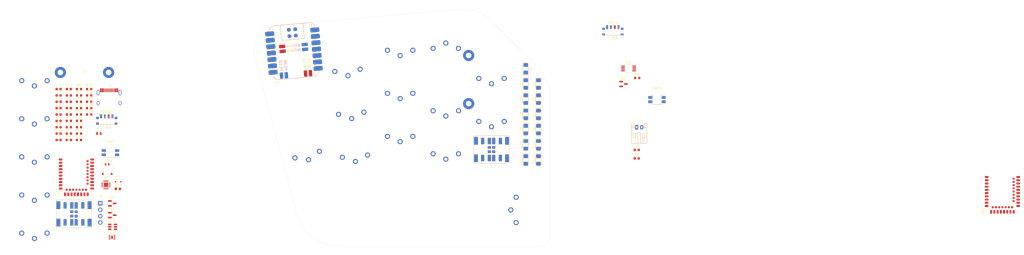
<source format=kicad_pcb>
(kicad_pcb (version 20240108) (generator "pcbnew") (generator_version "8.0")
  (layers (0 "F.Cu" signal) (31 "B.Cu" signal) (34 "B.Paste" user) (35 "F.Paste" user) (36 "B.SilkS" user "B.Silkscreen") (37 "F.SilkS" user "F.Silkscreen") (38 "B.Mask" user) (39 "F.Mask" user) (44 "Edge.Cuts" user))
  (net 0 "")
  (net 1 "COL1")
  (net 2 "Net-(D1-A)")
  (net 3 "Net-(D2-A)")
  (net 4 "COL2")
  (net 5 "Net-(D3-A)")
  (net 6 "COL3")
  (net 7 "COL4")
  (net 8 "Net-(D4-A)")
  (net 9 "ROW1")
  (net 10 "COL0")
  (net 11 "Net-(D6-A)")
  (net 12 "Net-(D7-A)")
  (net 13 "Net-(D8-A)")
  (net 14 "Net-(D9-A)")
  (net 15 "Net-(D10-A)")
  (net 16 "Net-(D11-A)")
  (net 17 "Net-(D12-A)")
  (net 18 "Net-(D13-A)")
  (net 19 "+3V3")
  (net 20 "GND")
  (net 23 "BAT+")
  (net 31 "+3.3V")
  (net 32 "RESET")
  (net 37 "SCL")
  (net 38 "Net-(J2-Pin_2)")
  (net 39 "Net-(J2-Pin_1)")
  (net 40 "SDA")
  (net 41 "VBAT")
  (net 43 "ROW0")
  (net 47 "+3.3V_HAPTIC")
  (net 48 "HAPTIC_CUTOFF")
  (net 49 "HAPTIC_TRIGGER")
  (net 50 "Net-(U2-REG)")
  (net 52 "Earth")
  (net 53 "Net-(U1-P0.00{slash}XL1)")
  (net 54 "Net-(U1-P0.01{slash}XL2)")
  (net 55 "VDD")
  (net 56 "+5V")
  (net 57 "+VSW")
  (net 58 "+BATT")
  (net 59 "Net-(F1-Pad1)")
  (net 60 "VBUS")
  (net 61 "Net-(J1-CC1)")
  (net 62 "USB-D+")
  (net 63 "Net-(J1-CC2)")
  (net 65 "USB-D-")
  (net 67 "SWDCLK")
  (net 68 "SWDIO")
  (net 69 "DCCH")
  (net 70 "Net-(LED1-K)")
  (net 71 "SYSOFF")
  (net 72 "Net-(Q2-G)")
  (net 73 "TP_CUTOFF")
  (net 74 "+3.3V_TP")
  (net 75 "/TMR")
  (net 76 "/ILIM")
  (net 77 "Net-(U4-ISET)")
  (net 78 "Net-(U4-TS)")
  (net 79 "Net-(U4-~{CHG})")
  (net 80 "TP_DATA")
  (net 81 "TP_CLK")
  (net 82 "Net-(SW15-A)")
  (net 83 "USER_LED_RED")
  (net 84 "Net-(D2-RK)")
  (net 85 "USER_LED_GREEN")
  (net 86 "Net-(D2-GK)")
  (net 87 "USER_LED_BLUE")
  (net 88 "Net-(D2-BK)")
  (net 89 "RST")
  (net 90 "K5")
  (net 91 "K1")
  (net 92 "K6")
  (net 93 "K10")
  (net 94 "K2")
  (net 95 "K7")
  (net 96 "K11")
  (net 97 "K3")
  (net 98 "K8")
  (net 99 "K12")
  (net 100 "K4")
  (net 101 "K9")
  (net 102 "K13")
  (net 103 "/P0.08")
  (net 104 "/P0.28")
  (net 105 "/P0.12")
  (net 106 "/P0.24")
  (net 107 "/P0.10")
  (net 108 "/P.1.10")
  (net 109 "/P0.02")
  (net 110 "/P1.04")
  (net 111 "/P1.02")
  (net 112 "/P1.06")
  (net 113 "/P0.09")
  (net 114 "/P1.11")
  (net 115 "/P0.13")
  (net 116 "/P0.05")
  (net 117 "/P0.15")
  (net 118 "/P0.17")
  (net 119 "/P0.22")
  (net 120 "/P1.13")
  (net 121 "/P1.09")
  (net 122 "/P0.04")
  (net 123 "/P0.06")
  (net 124 "/P0.26")
  (net 125 "/P0.03")
  (net 126 "/P0.31")
  (net 127 "/P0.20")
  (net 128 "/P0.30")
  (net 129 "/P1.00")
  (net 130 "/P0.29")
  (net 131 "/P0.07")
  (net 135 "ALERT")
  (footprint "ssbb_parts:R_0603_1608Metric_reversible" (layer "F.Cu") (at -28.72609 87.033057)
    (property "Reference" "R7" (at 0 -1.43 0) (layer "F.SilkS"))
    (property "Value" "1k5")
    (pad "1" smd roundrect (at -0.825 0) (size 0.8 0.95) (layers "F.Cu" "F.Paste" "F.Mask") (net 76 "/ILIM"))
    (pad "2" smd roundrect (at 0.825 0) (size 0.8 0.95) (layers "F.Cu" "F.Paste" "F.Mask") (net 20 "GND"))
  )
  (footprint "ssbb_parts:R_0603_1608Metric_reversible" (layer "F.Cu") (at -24.71609 87.033057)
    (property "Reference" "R16" (at 0 -1.43 0) (layer "F.SilkS"))
    (property "Value" "2M")
    (pad "1" smd roundrect (at -0.825 0) (size 0.8 0.95) (layers "F.Cu" "F.Paste" "F.Mask") (net 20 "GND"))
    (pad "2" smd roundrect (at 0.825 0) (size 0.8 0.95) (layers "F.Cu" "F.Paste" "F.Mask") (net 73 "TP_CUTOFF"))
  )
  (footprint "ssbb_parts:R_0603_1608Metric_reversible" (layer "F.Cu") (at -24.71609 92.053057)
    (property "Reference" "R18" (at 0 -1.43 0) (layer "F.SilkS"))
    (property "Value" "1k5")
    (pad "1" smd roundrect (at -0.825 0) (size 0.8 0.95) (layers "F.Cu" "F.Paste" "F.Mask") (net 85 "USER_LED_GREEN"))
    (pad "2" smd roundrect (at 0.825 0) (size 0.8 0.95) (layers "F.Cu" "F.Paste" "F.Mask") (net 86 "Net-(D2-GK)"))
  )
  (footprint "ssbb_parts:SW_SPDT_PCM12_reversible" (layer "F.Cu") (at 181.573907 61.523053)
    (property "Reference" "SW14" (at 0 -3.2 0) (layer "F.SilkS"))
    (property "Value" "SW_SPDT")
    (pad "" smd rect (at -3.649999 -0.779999) (size 1 0.8) (layers "F.Cu" "F.Paste" "F.Mask"))
    (pad "" smd rect (at -3.649999 -0.779999) (size 1 0.8) (layers "B.Cu" "B.Paste" "B.Mask"))
    (pad "" smd rect (at -3.649999 1.43) (size 1 0.8) (layers "F.Cu" "F.Paste" "F.Mask"))
    (pad "" smd rect (at -3.649999 1.43) (size 1 0.8) (layers "B.Cu" "B.Paste" "B.Mask"))
    (pad "" np_thru_hole circle (at -1.5 0.33) (size 0.9 0.9) (drill 0.9) (layers "*.Cu" "*.Mask"))
    (pad "" np_thru_hole circle (at -1.5 0.33) (size 0.9 0.9) (drill 0.9) (layers "*.Cu" "*.Mask"))
    (pad "" np_thru_hole circle (at 1.500001 0.33) (size 0.9 0.9) (drill 0.9) (layers "*.Cu" "*.Mask"))
    (pad "" np_thru_hole circle (at 1.500001 0.33) (size 0.9 0.9) (drill 0.9) (layers "*.Cu" "*.Mask"))
    (pad "" smd rect (at 3.65 -0.779999) (size 1 0.8) (layers "F.Cu" "F.Paste" "F.Mask"))
    (pad "" smd rect (at 3.65 -0.779999) (size 1 0.8) (layers "B.Cu" "B.Paste" "B.Mask"))
    (pad "" smd rect (at 3.65 1.430001) (size 1 0.8) (layers "F.Cu" "F.Paste" "F.Mask"))
    (pad "" smd rect (at 3.65 1.430001) (size 1 0.8) (layers "B.Cu" "B.Paste" "B.Mask"))
    (pad "1" smd rect (at -2.249999 -1.43) (size 0.7 1.5) (layers "F.Cu" "F.Paste" "F.Mask"))
    (pad "1" smd rect (at 2.250001 -1.43) (size 0.7 1.5) (layers "B.Cu" "B.Paste" "B.Mask"))
    (pad "2" smd rect (at -0.75 -1.43) (size 0.7 1.5) (layers "B.Cu" "B.Paste" "B.Mask") (net 41 "VBAT"))
    (pad "2" smd rect (at 0.75 -1.43) (size 0.7 1.5) (layers "F.Cu" "F.Paste" "F.Mask") (net 41 "VBAT"))
    (pad "3" smd rect (at -2.249999 -1.43) (size 0.7 1.5) (layers "B.Cu" "B.Paste" "B.Mask") (net 23 "BAT+"))
    (pad "3" smd rect (at 2.250001 -1.43) (size 0.7 1.5) (layers "F.Cu" "F.Paste" "F.Mask") (net 23 "BAT+"))
  )
  (footprint "ssbb_parts:D_1206_HandSolder_reversible" (layer "F.Cu") (at 147.27141 82.518055 90)
    (property "Reference" "D2" (at -0.000001 -1.82 90) (layer "F.SilkS"))
    (property "Value" "D_Small")
    (pad "1" smd roundrect (at -1.4875 0 90) (size 1.425 1.75) (layers "F.Cu" "F.Paste" "F.Mask") (roundrect_rratio 0.175439) (net 43 "ROW0"))
    (pad "1" smd roundrect (at 1.4875 0 90) (size 1.425 1.75) (layers "B.Cu" "B.Paste" "B.Mask") (roundrect_rratio 0.175439) (net 43 "ROW0"))
    (pad "2" smd roundrect (at -1.4875 0 90) (size 1.425 1.75) (layers "B.Cu" "B.Paste" "B.Mask") (roundrect_rratio 0.175439) (net 3 "Net-(D2-A)"))
    (pad "2" smd roundrect (at 1.4875 0 90) (size 1.425 1.75) (layers "F.Cu" "F.Paste" "F.Mask") (roundrect_rratio 0.175439) (net 3 "Net-(D2-A)"))
  )
  (footprint "ssbb_parts:Sprintek_SK8707-01_Sensor" (layer "F.Cu") (at -26.55109 77.968057)
    (property "Reference" "U6" (at 0 -0.5 0) (layer "F.SilkS") (effects (font (thickness 0.1))))
    (property "Value" "SK8707-01-SENSOR")
    (pad "MP" thru_hole circle (at -9.5 0) (size 4.4 4.4) (drill 2.2) (layers "*.Cu" "*.Mask"))
    (pad "MP" thru_hole circle (at 9.5 0) (size 4.4 4.4) (drill 2.2) (layers "*.Cu" "*.Mask"))
  )
  (footprint "ssbb_parts:SOT-23_reversible" (layer "F.Cu") (at -15.60609 134.283057)
    (property "Reference" "Q3" (at 0 -2.4 0) (layer "F.SilkS"))
    (property "Value" "AO3401A")
    (pad "1" smd roundrect (at -0.9375 -0.95) (size 1.475 0.6) (layers "F.Cu" "F.Paste" "F.Mask") (net 73 "TP_CUTOFF"))
    (pad "2" smd roundrect (at -0.9375 0.95) (size 1.475 0.6) (layers "F.Cu" "F.Paste" "F.Mask") (net 19 "+3V3"))
    (pad "3" smd roundrect (at 0.9375 0) (size 1.475 0.6) (layers "F.Cu" "F.Paste" "F.Mask") (net 74 "+3.3V_TP"))
  )
  (footprint "ssbb_parts:SW_choc_v1_reversible_1.5u" (layer "F.Cu") (at -46.27609 137.593057)
    (property "Reference" "SW14" (hide yes))
    (property "Value" "SW_Push_45deg")
    (pad "" np_thru_hole circle (at -5.5 0 180) (size 1.7 1.7) (drill 1.7) (layers "*.Cu" "*.Mask"))
    (pad "" np_thru_hole circle (at 0 0 180) (size 3.4 3.4) (drill 3.4) (layers "*.Cu" "*.Mask"))
    (pad "" np_thru_hole circle (at 5.5 0 180) (size 1.7 1.7) (drill 1.7) (layers "*.Cu" "*.Mask"))
    (pad "1" thru_hole circle (at -5 3.8 180) (size 2 2) (drill 1.2) (layers "*.Cu" "B.Mask") (net 102 "K13"))
    (pad "1" thru_hole circle (at 5 3.8 180) (size 2 2) (drill 1.2) (layers "*.Cu" "F.Mask") (net 102 "K13"))
    (pad "2" thru_hole circle (at 0 5.9 180) (size 2 2) (drill 1.2) (layers "*.Cu" "*.Mask") (net 20 "GND"))
  )
  (footprint "ssbb_parts:D_1206_HandSolder_reversible" (layer "F.Cu") (at 147.27141 88.518055 90)
    (property "Reference" "D4" (at -0.000001 -1.82 90) (layer "F.SilkS"))
    (property "Value" "D_Small")
    (pad "1" smd roundrect (at -1.4875 0 90) (size 1.425 1.75) (layers "F.Cu" "F.Paste" "F.Mask") (roundrect_rratio 0.175439) (net 43 "ROW0"))
    (pad "1" smd roundrect (at 1.4875 0 90) (size 1.425 1.75) (layers "B.Cu" "B.Paste" "B.Mask") (roundrect_rratio 0.175439) (net 43 "ROW0"))
    (pad "2" smd roundrect (at -1.4875 0 90) (size 1.425 1.75) (layers "B.Cu" "B.Paste" "B.Mask") (roundrect_rratio 0.175439) (net 8 "Net-(D4-A)"))
    (pad "2" smd roundrect (at 1.4875 0 90) (size 1.425 1.75) (layers "F.Cu" "F.Paste" "F.Mask") (roundrect_rratio 0.175439) (net 8 "Net-(D4-A)"))
  )
  (footprint "ssbb_parts:D_1206_HandSolder_reversible" (layer "F.Cu") (at 147.27141 106.518055 90)
    (property "Reference" "D10" (at 0 -1.82 90) (layer "F.SilkS"))
    (property "Value" "D_Small")
    (pad "1" smd roundrect (at -1.4875 0 90) (size 1.425 1.75) (layers "F.Cu" "F.Paste" "F.Mask") (roundrect_rratio 0.175439) (net 9 "ROW1"))
    (pad "1" smd roundrect (at 1.4875 0 90) (size 1.425 1.75) (layers "B.Cu" "B.Paste" "B.Mask") (roundrect_rratio 0.175439) (net 9 "ROW1"))
    (pad "2" smd roundrect (at -1.4875 0 90) (size 1.425 1.75) (layers "B.Cu" "B.Paste" "B.Mask") (roundrect_rratio 0.175439) (net 15 "Net-(D10-A)"))
    (pad "2" smd roundrect (at 1.4875 0 90) (size 1.425 1.75) (layers "F.Cu" "F.Paste" "F.Mask") (roundrect_rratio 0.175439) (net 15 "Net-(D10-A)"))
  )
  (footprint "ssbb_parts:C_0603_1608Metric_reversible" (layer "F.Cu") (at -36.74609 102.093057)
    (property "Reference" "C10" (at 0 -1.43 0) (layer "F.SilkS"))
    (property "Value" "4u7")
    (pad "1" smd roundrect (at -0.775 0) (size 0.9 0.95) (layers "F.Cu" "F.Paste" "F.Mask") (net 58 "+BATT"))
    (pad "2" smd roundrect (at 0.775 0) (size 0.9 0.95) (layers "F.Cu" "F.Paste" "F.Mask") (net 20 "GND"))
  )
  (footprint "ssbb_parts:Fuse_0603_1608Metric_reversible" (layer "F.Cu") (at -32.73609 87.033057)
    (property "Reference" "F1" (at 0 -1.43 0) (layer "F.SilkS"))
    (property "Value" "750 mA")
    (pad "1" smd roundrect (at -0.7875 0) (size 0.875 0.95) (layers "F.Cu" "F.Paste" "F.Mask") (net 59 "Net-(F1-Pad1)"))
    (pad "2" smd roundrect (at 0.7875 0) (size 0.875 0.95) (layers "F.Cu" "F.Paste" "F.Mask") (net 56 "+5V"))
  )
  (footprint "ssbb_parts:ELV1411A_reversible" (layer "F.Cu") (at 133.77141 108.405557)
    (property "Reference" "J2" (at 0.25 -7 0) (layer "F.SilkS") (effects (font (thickness 0.1))))
    (property "Value" "Conn_01x03_Pin")
    (pad "1" smd rect (at -0.85 -0.85) (size 1.2 1) (layers "F.Cu" "F.Paste" "F.Mask") (net 39 "Net-(J2-Pin_1)"))
    (pad "1" smd rect (at -0.85 -0.85) (size 1.2 1) (layers "B.Cu" "B.Paste" "B.Mask") (net 39 "Net-(J2-Pin_1)"))
    (pad "1" smd rect (at 0.85 -0.85) (size 1.2 1) (layers "F.Cu" "F.Paste" "F.Mask") (net 39 "Net-(J2-Pin_1)"))
    (pad "1" smd rect (at 0.85 -0.85) (size 1.2 1) (layers "B.Cu" "B.Paste" "B.Mask") (net 39 "Net-(J2-Pin_1)"))
    (pad "2" smd rect (at -0.85 0.85) (size 1.2 1) (layers "F.Cu" "F.Paste" "F.Mask") (net 38 "Net-(J2-Pin_2)"))
    (pad "2" smd rect (at -0.85 0.85) (size 1.2 1) (layers "B.Cu" "B.Paste" "B.Mask") (net 38 "Net-(J2-Pin_2)"))
    (pad "2" smd rect (at 0.85 0.85) (size 1.2 1) (layers "F.Cu" "F.Paste" "F.Mask") (net 38 "Net-(J2-Pin_2)"))
    (pad "2" smd rect (at 0.85 0.85) (size 1.2 1) (layers "B.Cu" "B.Paste" "B.Mask") (net 38 "Net-(J2-Pin_2)"))
    (pad "3" smd rect (at -6.15 -3.450001) (size 1.5 3) (layers "F.Cu" "F.Paste" "F.Mask") (net 20 "GND"))
    (pad "3" smd rect (at -6.15 -3.450001) (size 1.5 3) (layers "B.Cu" "B.Paste" "B.Mask") (net 20 "GND"))
    (pad "3" smd rect (at -6.15 3.45) (size 1.5 3) (layers "F.Cu" "F.Paste" "F.Mask") (net 20 "GND"))
    (pad "3" smd rect (at -6.15 3.45) (size 1.5 3) (layers "B.Cu" "B.Paste" "B.Mask") (net 20 "GND"))
    (pad "3" smd rect (at -3.5 -3.35) (size 1.2 2.5) (layers "F.Cu" "F.Paste" "F.Mask") (net 20 "GND"))
    (pad "3" smd rect (at -3.5 -3.35) (size 1.2 2.5) (layers "B.Cu" "B.Paste" "B.Mask") (net 20 "GND"))
    (pad "3" smd rect (at -3.5 3.35) (size 1.2 2.5) (layers "F.Cu" "F.Paste" "F.Mask") (net 20 "GND"))
    (pad "3" smd rect (at -3.5 3.35) (size 1.2 2.5) (layers "B.Cu" "B.Paste" "B.Mask") (net 20 "GND"))
    (pad "3" smd rect (at -0.85 -3.35) (size 1.2 2.5) (layers "F.Cu" "F.Paste" "F.Mask") (net 20 "GND"))
    (pad "3" smd rect (at -0.85 -3.35) (size 1.2 2.5) (layers "B.Cu" "B.Paste" "B.Mask") (net 20 "GND"))
    (pad "3" smd rect (at -0.85 3.350001) (size 1.2 2.5) (layers "F.Cu" "F.Paste" "F.Mask") (net 20 "GND"))
    (pad "3" smd rect (at -0.85 3.350001) (size 1.2 2.5) (layers "B.Cu" "B.Paste" "B.Mask") (net 20 "GND"))
    (pad "3" smd rect (at 0.85 -3.350001) (size 1.2 2.5) (layers "F.Cu" "F.Paste" "F.Mask") (net 20 "GND"))
    (pad "3" smd rect (at 0.85 -3.350001) (size 1.2 2.5) (layers "B.Cu" "B.Paste" "B.Mask") (net 20 "GND"))
    (pad "3" smd rect (at 0.85 3.35) (size 1.2 2.5) (layers "F.Cu" "F.Paste" "F.Mask") (net 20 "GND"))
    (pad "3" smd rect (at 0.85 3.35) (size 1.2 2.5) (layers "B.Cu" "B.Paste" "B.Mask") (net 20 "GND"))
    (pad "3" smd rect (at 3.5 -3.35) (size 1.2 2.5) (layers "F.Cu" "F.Paste" "F.Mask") (net 20 "GND"))
    (pad "3" smd rect (at 3.5 -3.35) (size 1.2 2.5) (layers "B.Cu" "B.Paste" "B.Mask") (net 20 "GND"))
    (pad "3" smd rect (at 3.5 3.35) (size 1.2 2.5) (layers "F.Cu" "F.Paste" "F.Mask") (net 20 "GND"))
    (pad "3" smd rect (at 3.5 3.35) (size 1.2 2.5) (layers "B.Cu" "B.Paste" "B.Mask") (net 20 "GND"))
    (pad "3" smd rect (at 6.15 -3.45) (size 1.5 3) (layers "F.Cu" "F.Paste" "F.Mask") (net 20 "GND"))
    (pad "3" smd rect (at 6.15 -3.45) (size 1.5 3) (layers "B.Cu" "B.Paste" "B.Mask") (net 20 "GND"))
    (pad "3" smd rect (at 6.15 3.450001) (size 1.5 3) (layers "F.Cu" "F.Paste" "F.Mask") (net 20 "GND"))
    (pad "3" smd rect (at 6.15 3.450001) (size 1.5 3) (layers "B.Cu" "B.Paste" "B.Mask") (net 20 "GND"))
  )
  (footprint "ssbb_parts:R_0603_1608Metric_reversible" (layer "F.Cu") (at -32.73609 104.603057)
    (property "Reference" "R4" (at 0 -1.43 0) (layer "F.SilkS"))
    (property "Value" "5.1k")
    (pad "1" smd roundrect (at -0.825 0) (size 0.8 0.95) (layers "F.Cu" "F.Paste" "F.Mask") (net 47 "+3.3V_HAPTIC"))
    (pad "2" smd roundrect (at 0.825 0) (size 0.8 0.95) (layers "F.Cu" "F.Paste" "F.Mask") (net 37 "SCL"))
  )
  (footprint "ssbb_parts:VSSOP-10_3x3mm_P0.5mm_reversible" (layer "F.Cu") (at 187.771409 76.398055)
    (property "Reference" "U2" (at 0 -2.45 0) (layer "F.SilkS"))
    (property "Value" "DRV2605LDGS")
    (pad "1" smd roundrect (at -2.2 -1) (size 1.45 0.3) (layers "F.Cu" "F.Paste" "F.Mask") (net 50 "Net-(U2-REG)"))
    (pad "2" smd roundrect (at -2.2 -0.5) (size 1.45 0.3) (layers "F.Cu" "F.Paste" "F.Mask") (net 37 "SCL"))
    (pad "3" smd roundrect (at -2.2 0) (size 1.45 0.3) (layers "F.Cu" "F.Paste" "F.Mask") (net 40 "SDA"))
    (pad "4" smd roundrect (at -2.2 0.5) (size 1.45 0.3) (layers "F.Cu" "F.Paste" "F.Mask") (net 49 "HAPTIC_TRIGGER"))
    (pad "5" smd roundrect (at -2.2 1) (size 1.45 0.3) (layers "F.Cu" "F.Paste" "F.Mask") (net 47 "+3.3V_HAPTIC"))
    (pad "6" smd roundrect (at 2.2 1) (size 1.45 0.3) (layers "F.Cu" "F.Paste" "F.Mask"))
    (pad "7" smd roundrect (at 2.2 0.5) (size 1.45 0.3) (layers "F.Cu" "F.Paste" "F.Mask") (net 38 "Net-(J2-Pin_2)"))
    (pad "8" smd roundrect (at 2.2 0) (size 1.45 0.3) (layers "F.Cu" "F.Paste" "F.Mask") (net 20 "GND"))
    (pad "9" smd roundrect (at 2.2 -0.5) (size 1.45 0.3) (layers "F.Cu" "F.Paste" "F.Mask") (net 39 "Net-(J2-Pin_1)"))
    (pad "10" smd roundrect (at 2.2 -1) (size 1.45 0.3) (layers "F.Cu" "F.Paste" "F.Mask") (net 47 "+3.3V_HAPTIC"))
  )
  (footprint "ssbb_parts:SW_choc_v1_reversible_1u" (layer "F.Cu") (at -46.27609 92.443057)
    (property "Reference" "SW5" (hide yes))
    (property "Value" "SW_Push_45deg")
    (pad "" np_thru_hole circle (at -5.5 0 180) (size 1.7 1.7) (drill 1.7) (layers "*.Cu" "*.Mask"))
    (pad "" np_thru_hole circle (at 0 0 180) (size 3.4 3.4) (drill 3.4) (layers "*.Cu" "*.Mask"))
    (pad "" np_thru_hole circle (at 5.5 0 180) (size 1.7 1.7) (drill 1.7) (layers "*.Cu" "*.Mask"))
    (pad "1" thru_hole circle (at -5 3.8 180) (size 2 2) (drill 1.2) (layers "*.Cu" "B.Mask") (net 93 "K10"))
    (pad "1" thru_hole circle (at 5 3.8 180) (size 2 2) (drill 1.2) (layers "*.Cu" "F.Mask") (net 93 "K10"))
    (pad "2" thru_hole circle (at 0 5.9 180) (size 2 2) (drill 1.2) (layers "*.Cu" "*.Mask") (net 20 "GND"))
  )
  (footprint "ssbb_parts:L_0603_1608Metric_reversible" (layer "F.Cu") (at -32.73609 92.053057)
    (property "Reference" "L2" (at 0 -1.43 0) (layer "F.SilkS"))
    (property "Value" "BLM15PX121SN1D")
    (pad "1" smd roundrect (at -0.7875 0) (size 0.875 0.95) (layers "F.Cu" "F.Paste" "F.Mask") (net 60 "VBUS"))
    (pad "2" smd roundrect (at 0.7875 0) (size 0.875 0.95) (layers "F.Cu" "F.Paste" "F.Mask") (net 59 "Net-(F1-Pad1)"))
  )
  (footprint "ssbb_parts:D_1206_HandSolder_reversible" (layer "F.Cu") (at 147.27141 76.518055 -90)
    (property "Reference" "D1" (at 0 -1.82 90) (layer "F.SilkS"))
    (property "Value" "D_Small")
    (pad "1" smd roundrect (at -1.4875 0 270) (size 1.425 1.75) (layers "F.Cu" "F.Paste" "F.Mask") (roundrect_rratio 0.175439) (net 43 "ROW0"))
    (pad "1" smd roundrect (at 1.4875 0 270) (size 1.425 1.75) (layers "B.Cu" "B.Paste" "B.Mask") (roundrect_rratio 0.175439) (net 43 "ROW0"))
    (pad "2" smd roundrect (at -1.4875 0 270) (size 1.425 1.75) (layers "B.Cu" "B.Paste" "B.Mask") (roundrect_rratio 0.175439) (net 2 "Net-(D1-A)"))
    (pad "2" smd roundrect (at 1.4875 0 270) (size 1.425 1.75) (layers "F.Cu" "F.Paste" "F.Mask") (roundrect_rratio 0.175439) (net 2 "Net-(D1-A)"))
  )
  (footprint "ssbb_parts:R_0603_1608Metric_reversible" (layer "F.Cu") (at -32.73609 97.073057)
    (property "Reference" "R1" (at 0 -1.43 0) (layer "F.SilkS"))
    (property "Value" "5k1")
    (pad "1" smd roundrect (at -0.825 0) (size 0.8 0.95) (layers "F.Cu" "F.Paste" "F.Mask") (net 20 "GND"))
    (pad "2" smd roundrect (at 0.825 0) (size 0.8 0.95) (layers "F.Cu" "F.Paste" "F.Mask") (net 63 "Net-(J1-CC2)"))
  )
  (footprint "ssbb_parts:D_SOD-323_reversible" (layer "F.Cu") (at -13.27109 121.133057)
    (property "Reference" "D1" (at 0 -1.85 0) (layer "F.SilkS"))
    (property "Value" "BSD3C051V")
    (pad "1" smd roundrect (at -1.05 0) (size 0.6 0.45) (layers "F.Cu" "F.Paste" "F.Mask") (net 20 "GND"))
    (pad "2" smd roundrect (at 1.05 0) (size 0.6 0.45) (layers "F.Cu" "F.Paste" "F.Mask") (net 52 "Earth"))
  )
  (footprint "ssbb_parts:SW_choc_v1_reversible_1u" (layer "F.Cu") (at 133.77141 76.518055)
    (property "Reference" "SW12" (hide yes))
    (property "Value" "SW_Push_45deg")
    (pad "" np_thru_hole circle (at -5.5 0 180) (size 1.7 1.7) (drill 1.7) (layers "*.Cu" "*.Mask"))
    (pad "" np_thru_hole circle (at 0 0 180) (size 3.4 3.4) (drill 3.4) (layers "*.Cu" "*.Mask"))
    (pad "" np_thru_hole circle (at 5.5 0 180) (size 1.7 1.7) (drill 1.7) (layers "*.Cu" "*.Mask"))
    (pad "1" thru_hole circle (at -4.999999 3.8 180) (size 2 2) (drill 1.2) (layers "*.Cu" "B.Mask") (net 100 "K4"))
    (pad "1" thru_hole circle (at 5 3.800001 180) (size 2 2) (drill 1.2) (layers "*.Cu" "F.Mask") (net 100 "K4"))
    (pad "2" thru_hole circle (at 0 5.900001 180) (size 2 2) (drill 1.2) (layers "*.Cu" "*.Mask") (net 20 "GND"))
  )
  (footprint "ssbb_parts:L_0603_1608Metric_reversible" (layer "F.Cu") (at -32.73609 89.543057)
    (property "Reference" "L1" (at 0 -1.43 0) (layer "F.SilkS"))
    (property "Value" "BLM15PX121SN1D")
    (pad "1" smd roundrect (at -0.7875 0) (size 0.875 0.95) (layers "F.Cu" "F.Paste" "F.Mask") (net 52 "Earth"))
    (pad "2" smd roundrect (at 0.7875 0) (size 0.875 0.95) (layers "F.Cu" "F.Paste" "F.Mask") (net 20 "GND"))
  )
  (footprint "ssbb_parts:VQFN-16-1EP_3x3mm_P0.5mm_EP1.6x1.6mm_reversible" (layer "F.Cu") (at -18.09609 122.313057)
    (property "Reference" "U4" (at 0 -2.83 0) (layer "F.SilkS"))
    (property "Value" "BQ24075")
    (pad "1" smd roundrect (at -1.4375 -0.75) (size 0.875 0.25) (layers "F.Cu" "F.Paste" "F.Mask") (net 78 "Net-(U4-TS)"))
    (pad "2" smd roundrect (at -1.4375 -0.25) (size 0.875 0.25) (layers "F.Cu" "F.Paste" "F.Mask") (net 58 "+BATT"))
    (pad "3" smd roundrect (at -1.4375 0.25) (size 0.875 0.25) (layers "F.Cu" "F.Paste" "F.Mask") (net 58 "+BATT"))
    (pad "4" smd roundrect (at -1.4375 0.75) (size 0.875 0.25) (layers "F.Cu" "F.Paste" "F.Mask") (net 20 "GND"))
    (pad "5" smd roundrect (at -0.75 1.4375) (size 0.25 0.875) (layers "F.Cu" "F.Paste" "F.Mask") (net 20 "GND"))
    (pad "6" smd roundrect (at -0.25 1.4375) (size 0.25 0.875) (layers "F.Cu" "F.Paste" "F.Mask") (net 57 "+VSW"))
    (pad "7" smd roundrect (at 0.25 1.4375) (size 0.25 0.875) (layers "F.Cu" "F.Paste" "F.Mask"))
    (pad "8" smd roundrect (at 0.75 1.4375) (size 0.25 0.875) (layers "F.Cu" "F.Paste" "F.Mask") (net 20 "GND"))
    (pad "9" smd roundrect (at 1.4375 0.75) (size 0.875 0.25) (layers "F.Cu" "F.Paste" "F.Mask") (net 79 "Net-(U4-~{CHG})"))
    (pad "10" smd roundrect (at 1.4375 0.25) (size 0.875 0.25) (layers "F.Cu" "F.Paste" "F.Mask") (net 57 "+VSW"))
    (pad "11" smd roundrect (at 1.4375 -0.25) (size 0.875 0.25) (layers "F.Cu" "F.Paste" "F.Mask") (net 57 "+VSW"))
    (pad "12" smd roundrect (at 1.4375 -0.75) (size 0.875 0.25) (layers "F.Cu" "F.Paste" "F.Mask") (net 76 "/ILIM"))
    (pad "13" smd roundrect (at 0.75 -1.4375) (size 0.25 0.875) (layers "F.Cu" "F.Paste" "F.Mask") (net 56 "+5V"))
    (pad "14" smd roundrect (at 0.25 -1.4375) (size 0.25 0.875) (layers "F.Cu" "F.Paste" "F.Mask") (net 75 "/TMR"))
    (pad "15" smd roundrect (at -0.25 -1.4375) (size 0.25 0.875) (layers "F.Cu" "F.Paste" "F.Mask") (net 71 "SYSOFF"))
    (pad "16" smd roundrect (at -0.75 -1.4375) (size 0.25 0.875) (layers "F.Cu" "F.Paste" "F.Mask") (net 77 "Net-(U4-ISET)"))
    (pad "17" smd rect (at 0 0) (size 1.6 1.6) (property pad_prop_heatsink) (layers "F.Cu" "F.Mask") (net 20 "GND"))
  )
  (footprint "ssbb_parts:SW_choc_v1_reversible_1u" (layer "F.Cu") (at -46.27609 77.393057)
    (property "Reference" "SW2" (hide yes))
    (property "Value" "SW_Push_45deg")
    (pad "" np_thru_hole circle (at -5.5 0 180) (size 1.7 1.7) (drill 1.7) (layers "*.Cu" "*.Mask"))
    (pad "" np_thru_hole circle (at 0 0 180) (size 3.4 3.4) (drill 3.4) (layers "*.Cu" "*.Mask"))
    (pad "" np_thru_hole circle (at 5.5 0 180) (size 1.7 1.7) (drill 1.7) (layers "*.Cu" "*.Mask"))
    (pad "1" thru_hole circle (at -5 3.8 180) (size 2 2) (drill 1.2) (layers "*.Cu" "B.Mask") (net 90 "K5"))
    (pad "1" thru_hole circle (at 5 3.8 180) (size 2 2) (drill 1.2) (layers "*.Cu" "F.Mask") (net 90 "K5"))
    (pad "2" thru_hole circle (at 0 5.9 180) (size 2 2) (drill 1.2) (layers "*.Cu" "*.Mask") (net 20 "GND"))
  )
  (footprint "ssbb_parts:SW_choc_v1_reversible_1u" (layer "F.Cu") (at 115.771415 89.268053)
    (property "Reference" "SW10" (hide yes))
    (property "Value" "SW_Push_45deg")
    (pad "" np_thru_hole circle (at -5.5 0 180) (size 1.7 1.7) (drill 1.7) (layers "*.Cu" "*.Mask"))
    (pad "" np_thru_hole circle (at 0 0 180) (size 3.4 3.4) (drill 3.4) (layers "*.Cu" "*.Mask"))
    (pad "" np_thru_hole circle (at 5.5 0 180) (size 1.7 1.7) (drill 1.7) (layers "*.Cu" "*.Mask"))
    (pad "1" thru_hole circle (at -4.999999 3.8 180) (size 2 2) (drill 1.2) (layers "*.Cu" "B.Mask") (net 98 "K8"))
    (pad "1" thru_hole circle (at 5 3.800001 180) (size 2 2) (drill 1.2) (layers "*.Cu" "F.Mask") (net 98 "K8"))
    (pad "2" thru_hole circle (at 0 5.900001 180) (size 2 2) (drill 1.2) (layers "*.Cu" "*.Mask") (net 20 "GND"))
  )
  (footprint "ssbb_parts:D_1206_HandSolder_reversible" (layer "F.Cu") (at 152.27141 94.518055 90)
    (property "Reference" "D7" (at -0.000001 -1.82 90) (layer "F.SilkS"))
    (property "Value" "D_Small")
    (pad "1" smd roundrect (at -1.4875 0 90) (size 1.425 1.75) (layers "F.Cu" "F.Paste" "F.Mask") (roundrect_rratio 0.175439) (net 9 "ROW1"))
    (pad "1" smd roundrect (at 1.4875 0 90) (size 1.425 1.75) (layers "B.Cu" "B.Paste" "B.Mask") (roundrect_rratio 0.175439) (net 9 "ROW1"))
    (pad "2" smd roundrect (at -1.4875 0 90) (size 1.425 1.75) (layers "B.Cu" "B.Paste" "B.Mask") (roundrect_rratio 0.175439) (net 12 "Net-(D7-A)"))
    (pad "2" smd roundrect (at 1.4875 0 90) (size 1.425 1.75) (layers "F.Cu" "F.Paste" "F.Mask") (roundrect_rratio 0.175439) (net 12 "Net-(D7-A)"))
  )
  (footprint "ssbb_parts:C_0603_1608Metric_reversible" (layer "F.Cu") (at -36.74609 97.073057)
    (property "Reference" "C8" (at 0 -1.43 0) (layer "F.SilkS"))
    (property "Value" "4u7")
    (pad "1" smd roundrect (at -0.775 0) (size 0.9 0.95) (layers "F.Cu" "F.Paste" "F.Mask") (net 56 "+5V"))
    (pad "2" smd roundrect (at 0.775 0) (size 0.9 0.95) (layers "F.Cu" "F.Paste" "F.Mask") (net 20 "GND"))
  )
  (footprint "ssbb_parts:JST_PH_S2B-PH-K_Horizontal_reversible" (layer "F.Cu") (at 190.928909 99.598055)
    (property "Reference" "J1" (at 1.000001 -2.55 0) (layer "F.SilkS"))
    (property "Value" "Conn_01x02_Socket")
    (pad "1" thru_hole roundrect (at 0 0) (size 1.2 1.75) (drill 0.75) (layers "*.Cu" "*.Mask") (roundrect_rratio 0.208333) (net 41 "VBAT"))
    (pad "2" thru_hole oval (at 1.999999 0) (size 1.2 1.75) (drill 0.75) (layers "*.Cu" "*.Mask") (net 20 "GND"))
  )
  (footprint "Connector_PinSocket_2.54mm:PinSocket_1x04_P2.54mm_Vertical" (layer "F.Cu") (at -20.32609 129.583057)
    (property "Reference" "J3" (at 0 -2.77 0) (layer "F.SilkS"))
    (property "Value" "Conn_01x04_Socket")
    (pad "1" thru_hole rect (at 0 0) (size 1.7 1.7) (drill 1) (layers "*.Cu" "*.Mask") (net 20 "GND"))
    (pad "2" thru_hole oval (at 0 2.54) (size 1.7 1.7) (drill 1) (layers "*.Cu" "*.Mask") (net 55 "VDD"))
    (pad "3" thru_hole oval (at 0 5.08) (size 1.7 1.7) (drill 1) (layers "*.Cu" "*.Mask") (net 68 "SWDIO"))
    (pad "4" thru_hole oval (at 0 7.62) (size 1.7 1.7) (drill 1) (layers "*.Cu" "*.Mask") (net 67 "SWDCLK"))
  )
  (footprint "ssbb_parts:C_0603_1608Metric_reversible" (layer "F.Cu") (at 190.958908 111.898055)
    (property "Reference" "C3" (at 0 -1.43 0) (layer "F.SilkS"))
    (property "Value" "1uF")
    (pad "1" smd roundrect (at -0.775 0) (size 0.9 0.95) (layers "F.Cu" "F.Paste" "F.Mask") (net 50 "Net-(U2-REG)"))
    (pad "2" smd roundrect (at 0.775 0) (size 0.9 0.95) (layers "F.Cu" "F.Paste" "F.Mask") (net 20 "GND"))
  )
  (footprint "ssbb_parts:Crystal_SMD_2012-2Pin_2.0x1.2mm_reversible" (layer "F.Cu") (at -20.88609 102.063057)
    (property "Reference" "Y1" (at 0 -1.8 0) (layer "F.SilkS"))
    (property "Value" "32.768 KHz")
    (pad "1" smd rect (at -0.7 0) (size 0.6 1.1) (layers "F.Cu" "F.Paste" "F.Mask") (net 54 "Net-(U1-P0.01{slash}XL2)"))
    (pad "2" smd rect (at 0.7 0) (size 0.6 1.1) (layers "F.Cu" "F.Paste" "F.Mask") (net 53 "Net-(U1-P0.00{slash}XL1)"))
  )
  (footprint "ssbb_parts:C_0603_1608Metric_reversible" (layer "F.Cu") (at -36.74609 84.523057)
    (property "Reference" "C1" (at 0 -1.43 0) (layer "F.SilkS"))
    (property "Value" "100n")
    (pad "1" smd roundrect (at -0.775 0) (size 0.9 0.95) (layers "F.Cu" "F.Paste" "F.Mask") (net 52 "Earth"))
    (pad "2" smd roundrect (at 0.775 0) (size 0.9 0.95) (layers "F.Cu" "F.Paste" "F.Mask") (net 20 "GND"))
  )
  (footprint "ssbb_parts:R_0603_1608Metric_reversible" (layer "F.Cu") (at -24.71609 84.523057)
    (property "Reference" "R15" (at 0 -1.43 0) (layer "F.SilkS"))
    (property "Value" "100k")
    (pad "1" smd roundrect (at -0.825 0) (size 0.8 0.95) (layers "F.Cu" "F.Paste" "F.Mask") (net 58 "+BATT"))
    (pad "2" smd roundrect (at 0.825 0) (size 0.8 0.95) (layers "F.Cu" "F.Paste" "F.Mask") (net 82 "Net-(SW15-A)"))
  )
  (footprint "ssbb_parts:nRF52840_E73-2G4M08S1C_reversible" (layer "F.Cu") (at -29.75109 117.358057)
    (property "Reference" "U1" (at -7.6 7.4 90) (layer "F.SilkS"))
    (property "Value" "nRF52840_E73-2G4M08S1C" (hide yes))
    (pad "1" smd roundrect (at -6.2 -5.03) (size 1.4 0.8) (layers "F.Cu" "F.Paste" "F.Mask") (net 114 "/P1.11"))
    (pad "2" smd roundrect (at -6.2 -3.76) (size 1.4 0.8) (layers "F.Cu" "F.Paste" "F.Mask") (net 108 "/P.1.10"))
    (pad "3" smd roundrect (at -6.2 -2.49) (size 1.4 0.8) (layers "F.Cu" "F.Paste" "F.Mask") (net 125 "/P0.03"))
    (pad "4" smd roundrect (at -6.2 -1.22) (size 1.4 0.8) (layers "F.Cu" "F.Paste" "F.Mask") (net 104 "/P0.28"))
    (pad "5" smd roundrect (at -6.2 0.05) (size 1.4 0.8) (layers "F.Cu" "F.Paste" "F.Mask") (net 20 "GND"))
    (pad "6" smd roundrect (at -6.2 1.32) (size 1.4 0.8) (layers "F.Cu" "F.Paste" "F.Mask") (net 120 "/P1.13"))
    (pad "7" smd roundrect (at -6.2 2.59) (size 1.4 0.8) (layers "F.Cu" "F.Paste" "F.Mask") (net 109 "/P0.02"))
    (pad "8" smd roundrect (at -6.2 3.86) (size 1.4 0.8) (layers "F.Cu" "F.Paste" "F.Mask") (net 130 "/P0.29"))
    (pad "9" smd roundrect (at -6.2 5.13) (size 1.4 0.8) (layers "F.Cu" "F.Paste" "F.Mask") (net 126 "/P0.31"))
    (pad "10" smd roundrect (at -6.2 6.4) (size 1.4 0.8) (layers "F.Cu" "F.Paste" "F.Mask") (net 128 "/P0.30"))
    (pad "11" smd roundrect (at -4.44 8.7 90) (size 1.4 0.8) (layers "F.Cu" "F.Paste" "F.Mask") (net 53 "Net-(U1-P0.00{slash}XL1)"))
    (pad "12" smd roundrect (at -3.81 6.9 90) (size 0.8 0.8) (layers "F.Cu" "F.Paste" "F.Mask") (net 124 "/P0.26"))
    (pad "13" smd roundrect (at -3.17 8.7 90) (size 1.4 0.8) (layers "F.Cu" "F.Paste" "F.Mask") (net 54 "Net-(U1-P0.01{slash}XL2)"))
    (pad "14" smd roundrect (at -2.54 6.9 90) (size 0.8 0.8) (layers "F.Cu" "F.Paste" "F.Mask") (net 123 "/P0.06"))
    (pad "15" smd roundrect (at -1.9 8.7 90) (size 1.4 0.8) (layers "F.Cu" "F.Paste" "F.Mask") (net 116 "/P0.05"))
    (pad "16" smd roundrect (at -1.27 6.9 90) (size 0.8 0.8) (layers "F.Cu" "F.Paste" "F.Mask") (net 103 "/P0.08"))
    (pad "17" smd roundrect (at -0.63 8.7 90) (size 1.4 0.8) (layers "F.Cu" "F.Paste" "F.Mask") (net 121 "/P1.09"))
    (pad "18" smd roundrect (at 0 6.9 90) (size 0.8 0.8) (layers "F.Cu" "F.Paste" "F.Mask") (net 122 "/P0.04"))
    (pad "19" smd roundrect (at 0.64 8.7 90) (size 1.4 0.8) (layers "F.Cu" "F.Paste" "F.Mask") (net 55 "VDD"))
    (pad "20" smd roundrect (at 1.27 6.9 90) (size 0.8 0.8) (layers "F.Cu" "F.Paste" "F.Mask") (net 105 "/P0.12"))
    (pad "21" smd roundrect (at 1.91 8.7 90) (size 1.4 0.8) (layers "F.Cu" "F.Paste" "F.Mask") (net 20 "GND"))
    (pad "22" smd roundrect (at 2.54 6.9 90) (size 0.8 0.8) (layers "F.Cu" "F.Paste" "F.Mask") (net 131 "/P0.07"))
    (pad "23" smd roundrect (at 3.18 8.7 90) (size 1.4 0.8) (layers "F.Cu" "F.Paste" "F.Mask") (net 57 "+VSW"))
    (pad "24" smd roundrect (at 3.81 6.9 90) (size 0.8 0.8) (layers "F.Cu" "F.Paste" "F.Mask") (net 20 "GND"))
    (pad "25" smd roundrect (at 4.45 8.7 90) (size 1.4 0.8) (layers "F.Cu" "F.Paste" "F.Mask") (net 69 "DCCH"))
    (pad "26" smd roundrect (at 6.2 6.4) (size 1.4 0.8) (layers "F.Cu" "F.Paste" "F.Mask") (net 89 "RST"))
    (pad "27" smd roundrect (at 6.2 5.13) (size 1.4 0.8) (layers "F.Cu" "F.Paste" "F.Mask") (net 56 "+5V"))
    (pad "28" smd roundrect (at 4.4 4.495 90) (size 0.8 0.8) (layers "F.Cu" "F.Paste" "F.Mask") (net 117 "/P0.15"))
    (pad "29" smd roundrect (at 6.2 3.86) (size 1.4 0.8) (layers "F.Cu" "F.Paste" "F.Mask") (net 65 "USB-D-"))
    (pad "30" smd roundrect (at 4.4 3.225 90) (size 0.8 0.8) (layers "F.Cu" "F.Paste" "F.Mask") (net 118 "/P0.17"))
    (pad "31" smd roundrect (at 6.2 2.59) (size 1.4 0.8) (layers "F.Cu" "F.Paste" "F.Mask") (net 62 "USB-D+"))
    (pad "32" smd roundrect (at 4.4 1.955 90) (size 0.8 0.8) (layers "F.Cu" "F.Paste" "F.Mask") (net 127 "/P0.20"))
    (pad "33" smd roundrect (at 6.2 1.32) (size 1.4 0.8) (layers "F.Cu" "F.Paste" "F.Mask") (net 115 "/P0.13"))
    (pad "34" smd roundrect (at 4.4 0.685 90) (size 0.8 0.8) (layers "F.Cu" "F.Paste" "F.Mask") (net 119 "/P0.22"))
    (pad "35" smd roundrect (at 6.2 0.05) (size 1.4 0.8) (layers "F.Cu" "F.Paste" "F.Mask") (net 106 "/P0.24"))
    (pad "36" smd roundrect (at 4.4 -0.585 90) (size 0.8 0.8) (layers "F.Cu" "F.Paste" "F.Mask") (net 129 "/P1.00"))
    (pad "37" smd roundrect (at 6.2 -1.22) (size 1.4 0.8) (layers "F.Cu" "F.Paste" "F.Mask") (net 68 "SWDIO"))
    (pad "38" smd roundrect (at 4.4 -1.855 90) (size 0.8 0.8) (layers "F.Cu" "F.Paste" "F.Mask") (net 111 "/P1.02"))
    (pad "39" smd roundrect (at 6.2 -2.49) (size 1.4 0.8) (layers "F.Cu" "F.Paste" "F.Mask") (net 67 "SWDCLK"))
    (pad "40" smd roundrect (at 4.4 -3.125 90) (size 0.8 0.8) (layers "F.Cu" "F.Paste" "F.Mask") (net 110 "/P1.04"))
    (pad "41" smd roundrect (at 6.2 -3.76) (size 1.4 0.8) (layers "F.Cu" "F.Paste" "F.Mask") (net 113 "/P0.09"))
    (pad "42" smd roundrect (at 4.4 -4.395 90) (size 0.8 0.8) (layers "F.Cu" "F.Paste" "F.Mask") (net 112 "/P1.06"))
    (pad "43" smd roundrect (at 6.2 -5.03) (size 1.4 0.8) (layers "F.Cu" "F.Paste" "F.Mask") (net 107 "/P0.10"))
  )
  (footprint "ssbb_parts:D_1206_HandSolder_reversible" (layer "F.Cu") (at 152.27141 82.518055 90)
    (property "Reference" "D3" (at -0.000001 -1.82 90) (layer "F.SilkS"))
    (property "Value" "D_Small")
    (pad "1" smd roundrect (at -1.4875 0 90) (size 1.425 1.75) (layers "F.Cu" "F.Paste" "F.Mask") (roundrect_rratio 0.175439) (net 43 "ROW0"))
    (pad "1" smd roundrect (at 1.4875 0 90) (size 1.425 1.75) (layers "B.Cu" "B.Paste" "B.Mask") (roundrect_rratio 0.175439) (net 43 "ROW0"))
    (pad "2" smd roundrect (at -1.4875 0 90) (size 1.425 1.75) (layers "B.Cu" "B.Paste" "B.Mask") (roundrect_rratio 0.175439) (net 5 "Net-(D3-A)"))
    (pad "2" smd roundrect (at 1.4875 0 90) (size 1.425 1.75) (layers "F.Cu" "F.Paste" "F.Mask") (roundrect_rratio 0.175439) (net 5 "Net-(D3-A)"))
  )
  (footprint "ssbb_parts:Sprintek_SK8707-01_Sensor" (layer "F.Cu") (at 124.771411 80.768057 -90)
    (property "Reference" "U2" (at 0 -0.5 -90) (layer "F.SilkS") (effects (font (thickness 0.1))))
    (property "Value" "SK8707-01-SENSOR")
    (pad "MP" thru_hole circle (at -9.500001 0 270) (size 4.4 4.4) (drill 2.2) (layers "*.Cu" "*.Mask"))
    (pad "MP" thru_hole circle (at 9.500001 0 270) (size 4.4 4.4) (drill 2.2) (layers "*.Cu" "*.Mask"))
  )
  (footprint "ssbb_parts:R_0603_1608Metric_reversible" (layer "F.Cu") (at 191.161408 80.143055)
    (property "Reference" "R5" (at 0 -1.43 0) (layer "F.SilkS"))
    (property "Value" "2M")
    (pad "1" smd roundrect (at -0.825 0) (size 0.8 0.95) (layers "F.Cu" "F.Paste" "F.Mask") (net 20 "GND"))
    (pad "2" smd roundrect (at 0.825 0) (size 0.8 0.95) (layers "F.Cu" "F.Paste" "F.Mask") (net 48 "HAPTIC_CUTOFF"))
  )
  (footprint "ssbb_parts:C_0603_1608Metric_reversible" (layer "F.Cu") (at -36.74609 89.543057)
    (property "Reference" "C5" (at 0 -1.43 0) (layer "F.SilkS"))
    (property "Value" "12p")
    (pad "1" smd roundrect (at -0.775 0) (size 0.9 0.95) (layers "F.Cu" "F.Paste" "F.Mask") (net 54 "Net-(U1-P0.01{slash}XL2)"))
    (pad "2" smd roundrect (at 0.775 0) (size 0.9 0.95) (layers "F.Cu" "F.Paste" "F.Mask") (net 20 "GND"))
  )
  (footprint "ssbb_parts:SW_choc_v1_reversible_1u" (layer "F.Cu") (at 97.771409 82.398056)
    (property "Reference" "SW7" (hide yes))
    (property "Value" "SW_Push_45deg")
    (pad "" np_thru_hole circle (at -5.5 0 180) (size 1.7 1.7) (drill 1.7) (layers "*.Cu" "*.Mask"))
    (pad "" np_thru_hole circle (at 0 0 180) (size 3.4 3.4) (drill 3.4) (layers "*.Cu" "*.Mask"))
    (pad "" np_thru_hole circle (at 5.5 0 180) (size 1.7 1.7) (drill 1.7) (layers "*.Cu" "*.Mask"))
    (pad "1" thru_hole circle (at -4.999999 3.8 180) (size 2 2) (drill 1.2) (layers "*.Cu" "B.Mask") (net 95 "K7"))
    (pad "1" thru_hole circle (at 5 3.800001 180) (size 2 2) (drill 1.2) (layers "*.Cu" "F.Mask") (net 95 "K7"))
    (pad "2" thru_hole circle (at 0 5.900001 180) (size 2 2) (drill 1.2) (layers "*.Cu" "*.Mask") (net 20 "GND"))
  )
  (footprint "ssbb_parts:R_0603_1608Metric_reversible" (layer "F.Cu") (at -32.73609 99.583057)
    (property "Reference" "R2" (at 0 -1.43 0) (layer "F.SilkS"))
    (property "Value" "5k1")
    (pad "1" smd roundrect (at -0.825 0) (size 0.8 0.95) (layers "F.Cu" "F.Paste" "F.Mask") (net 20 "GND"))
    (pad "2" smd roundrect (at 0.825 0) (size 0.8 0.95) (layers "F.Cu" "F.Paste" "F.Mask") (net 61 "Net-(J1-CC1)"))
  )
  (footprint "ssbb_parts:D_1206_HandSolder_reversible" (layer "F.Cu") (at 147.27141 100.518055 90)
    (property "Reference" "D8" (at -0.000001 -1.82 90) (layer "F.SilkS"))
    (property "Value" "D_Small")
    (pad "1" smd roundrect (at -1.4875 0 90) (size 1.425 1.75) (layers "F.Cu" "F.Paste" "F.Mask") (roundrect_rratio 0.175439) (net 9 "ROW1"))
    (pad "1" smd roundrect (at 1.4875 0 90) (size 1.425 1.75) (layers "B.Cu" "B.Paste" "B.Mask") (roundrect_rratio 0.175439) (net 9 "ROW1"))
    (pad "2" smd roundrect (at -1.4875 0 90) (size 1.425 1.75) (layers "B.Cu" "B.Paste" "B.Mask") (roundrect_rratio 0.175439) (net 13 "Net-(D8-A)"))
    (pad "2" smd roundrect (at 1.4875 0 90) (size 1.425 1.75) (layers "F.Cu" "F.Paste" "F.Mask") (roundrect_rratio 0.175439) (net 13 "Net-(D8-A)"))
  )
  (footprint "ssbb_parts:R_0603_1608Metric_reversible" (layer "F.Cu") (at -28.72609 92.053057)
    (property "Reference" "R9" (at 0 -1.43 0) (layer "F.SilkS"))
    (property "Value" "10k")
    (pad "1" smd roundrect (at -0.825 0) (size 0.8 0.95) (layers "F.Cu" "F.Paste" "F.Mask") (net 78 "Net-(U4-TS)"))
    (pad "2" smd roundrect (at 0.825 0) (size 0.8 0.95) (layers "F.Cu" "F.Paste" "F.Mask") (net 20 "GND"))
  )
  (footprint "ssbb_parts:R_0603_1608Metric_reversible" (layer "F.Cu") (at -28.72609 97.073057)
    (property "Reference" "R11" (at 0 -1.43 0) (layer "F.SilkS"))
    (property "Value" "100R")
    (pad "1" smd roundrect (at -0.825 0) (size 0.8 0.95) (layers "F.Cu" "F.Paste" "F.Mask") (net 56 "+5V"))
    (pad "2" smd roundrect (at 0.825 0) (size 0.8 0.95) (layers "F.Cu" "F.Paste" "F.Mask") (net 72 "Net-(Q2-G)"))
  )
  (footprint "ssbb_parts:SW_choc_v1_reversible_1u" (layer "F.Cu") (at 78.178338 90.282965 5)
    (property "Reference" "SW4" (hide yes))
    (property "Value" "SW_Push_45deg")
    (pad "" np_thru_hole circle (at -5.5 0 185) (size 1.7 1.7) (drill 1.7) (layers "*.Cu" "*.Mask"))
    (pad "" np_thru_hole circle (at 0 0 185) (size 3.4 3.4) (drill 3.4) (layers "*.Cu" "*.Mask"))
    (pad "" np_thru_hole circle (at 5.5 0 185) (size 1.7 1.7) (drill 1.7) (layers "*.Cu" "*.Mask"))
    (pad "1" thru_hole circle (at -5 3.8 185) (size 2 2) (drill 1.2) (layers "*.Cu" "B.Mask") (net 92 "K6"))
    (pad "1" thru_hole circle (at 5.000001 3.8 185) (size 2 2) (drill 1.2) (layers "*.Cu" "F.Mask") (net 92 "K6"))
    (pad "2" thru_hole circle (at 0 5.9 185) (size 2 2) (drill 1.2) (layers "*.Cu" "*.Mask") (net 20 "GND"))
  )
  (footprint "ssbb_parts:SW_choc_v1_reversible_1u" (layer "F.Cu") (at 115.771409 106.273058)
    (property "Reference" "SW12" (hide yes))
    (property "Value" "SW_Push_45deg")
    (pad "" np_thru_hole circle (at -5.5 0 180) (size 1.7 1.7) (drill 1.7) (layers "*.Cu" "*.Mask"))
    (pad "" np_thru_hole circle (at 0 0 180) (size 3.4 3.4) (drill 3.4) (layers "*.Cu" "*.Mask"))
    (pad "" np_thru_hole circle (at 5.5 0 180) (size 1.7 1.7) (drill 1.7) (layers "*.Cu" "*.Mask"))
    (pad "1" thru_hole circle (at -4.999999 3.8 180) (size 2 2) (drill 1.2) (layers "*.Cu" "B.Mask") (net 6 "COL3"))
    (pad "1" thru_hole circle (at 5 3.800001 180) (size 2 2) (drill 1.2) (layers "*.Cu" "F.Mask") (net 6 "COL3"))
    (pad "2" thru_hole circle (at 0 5.900001 180) (size 2 2) (drill 1.2) (layers "*.Cu" "*.Mask") (net 17 "Net-(D12-A)"))
  )
  (footprint "ssbb_parts:R_0603_1608Metric_reversible" (layer "F.Cu") (at -28.72609 94.563057)
    (property "Reference" "R10" (at 0 -1.43 0) (layer "F.SilkS"))
    (property "Value" "1k5")
    (pad "1" smd roundrect (at -0.825 0) (size 0.8 0.95) (layers "F.Cu" "F.Paste" "F.Mask") (net 70 "Net-(LED1-K)"))
    (pad "2" smd roundrect (at 0.825 0) (size 0.8 0.95) (layers "F.Cu" "F.Paste" "F.Mask") (net 79 "Net-(U4-~{CHG})"))
  )
  (footprint "ssbb_parts:D_1206_HandSolder_reversible" (layer "F.Cu") (at 147.27141 94.518055 90)
    (property "Reference" "D6" (at 0 -1.82 90) (layer "F.SilkS"))
    (property "Value" "D_Small")
    (pad "1" smd roundrect (at -1.4875 0 90) (size 1.425 1.75) (layers "F.Cu" "F.Paste" "F.Mask") (roundrect_rratio 0.175439) (net 9 "ROW1"))
    (pad "1" smd roundrect (at 1.4875 0 90) (size 1.425 1.75) (layers "B.Cu" "B.Paste" "B.Mask") (roundrect_rratio 0.175439) (net 9 "ROW1"))
    (pad "2" smd roundrect (at -1.4875 0 90) (size 1.425 1.75) (layers "B.Cu" "B.Paste" "B.Mask") (roundrect_rratio 0.175439) (net 11 "Net-(D6-A)"))
    (pad "2" smd roundrect (at 1.4875 0 90) (size 1.425 1.75) (layers "F.Cu" "F.Paste" "F.Mask") (roundrect_rratio 0.175439) (net 11 "Net-(D6-A)"))
  )
  (footprint "ssbb_parts:R_0603_1608Metric_reversible" (layer "F.Cu") (at -28.72609 99.583057)
    (property "Reference" "R12" (at 0 -1.43 0) (layer "F.SilkS"))
    (property "Value" "10k")
    (pad "1" smd roundrect (at -0.825 0) (size 0.8 0.95) (layers "F.Cu" "F.Paste" "F.Mask") (net 72 "Net-(Q2-G)"))
    (pad "2" smd roundrect (at 0.825 0) (size 0.8 0.95) (layers "F.Cu" "F.Paste" "F.Mask") (net 20 "GND"))
  )
  (footprint "ssbb_parts:SW_choc_v1_reversible_1u" (layer "F.Cu") (at 79.660413 107.223184 5)
    (property "Reference" "SW10" (hide yes))
    (property "Value" "SW_Push_45deg")
    (pad "" np_thru_hole circle (at -5.5 0 185) (size 1.7 1.7) (drill 1.7) (layers "*.Cu" "*.Mask"))
    (pad "" np_thru_hole circle (at 0 0 185) (size 3.4 3.4) (drill 3.4) (layers "*.Cu" "*.Mask"))
    (pad "" np_thru_hole circle (at 5.5 0 185) (size 1.7 1.7) (drill 1.7) (layers "*.Cu" "*.Mask"))
    (pad "1" thru_hole circle (at -5 3.8 185) (size 2 2) (drill 1.2) (layers "*.Cu" "B.Mask") (net 1 "COL1"))
    (pad "1" thru_hole circle (at 5.000001 3.8 185) (size 2 2) (drill 1.2) (layers "*.Cu" "F.Mask") (net 1 "COL1"))
    (pad "2" thru_hole circle (at 0 5.9 185) (size 2 2) (drill 1.2) (layers "*.Cu" "*.Mask") (net 15 "Net-(D10-A)"))
  )
  (footprint "ssbb_parts:SOT-23-6_reversible" (layer "F.Cu") (at -15.47609 138.908057)
    (property "Reference" "U3" (at 0 -2.4 0) (layer "F.SilkS"))
    (property "Value" "SRV05-4")
    (pad "1" smd roundrect (at -1.1375 -0.95) (size 1.325 0.6) (layers "F.Cu" "F.Paste" "F.Mask") (net 65 "USB-D-"))
    (pad "2" smd roundrect (at -1.1375 0) (size 1.325 0.6) (layers "F.Cu" "F.Paste" "F.Mask") (net 20 "GND"))
    (pad "3" smd roundrect (at -1.1375 0.95) (size 1.325 0.6) (layers "F.Cu" "F.Paste" "F.Mask"))
    (pad "4" smd roundrect (at 1.1375 0.95) (size 1.325 0.6) (layers "F.Cu" "F.Paste" "F.Mask"))
    (pad "5" smd roundrect (at 1.1375 0) (size 1.325 0.6) (layers "F.Cu" "F.Paste" "F.Mask") (net 56 "+5V"))
    (pad "6" smd roundrect (at 1.1375 -0.95) (size 1.325 0.6) (layers "F.Cu" "F.Paste" "F.Mask") (net 62 "USB-D+"))
  )
  (footprint "ssbb_parts:R_0603_1608Metric_reversible" (layer "F.Cu") (at -24.71609 89.543057)
    (property "Reference" "R17" (at 0 -1.43 0) (layer "F.SilkS"))
    (property "Value" "1k5")
    (pad "1" smd roundrect (at -0.825 0) (size 0.8 0.95) (layers "F.Cu" "F.Paste" "F.Mask") (net 83 "USER_LED_RED"))
    (pad "2" smd roundrect (at 0.825 0) (size 0.8 0.95) (layers "F.Cu" "F.Paste" "F.Mask") (net 84 "Net-(D2-RK)"))
  )
  (footprint "ssbb_parts:C_0603_1608Metric_reversible" (layer "F.Cu") (at -36.74609 92.053057)
    (property "Reference" "C6" (at 0 -1.43 0) (layer "F.SilkS"))
    (property "Value" "1u")
    (pad "1" smd roundrect (at -0.775 0) (size 0.9 0.95) (layers "F.Cu" "F.Paste" "F.Mask") (net 55 "VDD"))
    (pad "2" smd roundrect (at 0.775 0) (size 0.9 0.95) (layers "F.Cu" "F.Paste" "F.Mask") (net 20 "GND"))
  )
  (footprint "ssbb_parts:SW_choc_v1_reversible_1u" (layer "F.Cu") (at -46.27609 122.543057)
    (property "Reference" "SW11" (hide yes))
    (property "Value" "SW_Push_45deg")
    (pad "" np_thru_hole circle (at -5.5 0 180) (size 1.7 1.7) (drill 1.7) (layers "*.Cu" "*.Mask"))
    (pad "" np_thru_hole circle (at 0 0 180) (size 3.4 3.4) (drill 3.4) (layers "*.Cu" "*.Mask"))
    (pad "" np_thru_hole circle (at 5.5 0 180) (size 1.7 1.7) (drill 1.7) (layers "*.Cu" "*.Mask"))
    (pad "1" thru_hole circle (at -5 3.8 180) (size 2 2) (drill 1.2) (layers "*.Cu" "B.Mask") (net 99 "K12"))
    (pad "1" thru_hole circle (at 5 3.8 180) (size 2 2) (drill 1.2) (layers "*.Cu" "F.Mask") (net 99 "K12"))
    (pad "2" thru_hole circle (at 0 5.9 180) (size 2 2) (drill 1.2) (layers "*.Cu" "*.Mask") (net 20 "GND"))
  )
  (footprint "ssbb_parts:LED_0603_1608Metric_reversible" (layer "F.Cu") (at -13.39609 123.903057)
    (property "Reference" "LED1" (at 0 -1.43 0) (layer "F.SilkS"))
    (property "Value" "orange")
    (pad "1" smd roundrect (at -0.7875 0) (size 0.875 0.95) (layers "F.Cu" "F.Paste" "F.Mask") (net 70 "Net-(LED1-K)"))
    (pad "2" smd roundrect (at 0.7875 0) (size 0.875 0.95) (layers "F.Cu" "F.Paste" "F.Mask") (net 57 "+VSW"))
  )
  (footprint "ssbb_parts:SW_choc_v1_reversible_1u" (layer "F.Cu") (at 97.771409 99.398055)
    (property "Reference" "SW11" (hide yes))
    (property "Value" "SW_Push_45deg")
    (pad "" np_thru_hole circle (at -5.5 0 180) (size 1.7 1.7) (drill 1.7) (layers "*.Cu" "*.Mask"))
    (pad "" np_thru_hole circle (at 0 0 180) (size 3.4 3.4) (drill 3.4) (layers "*.Cu" "*.Mask"))
    (pad "" np_thru_hole circle (at 5.5 0 180) (size 1.7 1.7) (drill 1.7) (layers "*.Cu" "*.Mask"))
    (pad "1" thru_hole circle (at -4.999999 3.8 180) (size 2 2) (drill 1.2) (layers "*.Cu" "B.Mask") (net 4 "COL2"))
    (pad "1" thru_hole circle (at 5 3.800001 180) (size 2 2) (drill 1.2) (layers "*.Cu" "F.Mask") (net 4 "COL2"))
    (pad "2" thru_hole circle (at 0 5.900001 180) (size 2 2) (drill 1.2) (layers "*.Cu" "*.Mask") (net 16 "Net-(D11-A)"))
  )
  (footprint "ssbb_parts:SOT-23_reversible" (layer "F.Cu") (at -15.60609 129.658057)
    (property "Reference" "Q2" (at 0 -2.4 0) (layer "F.SilkS"))
    (property "Value" "2N7002")
    (pad "1" smd roundrect (at -0.9375 -0.95) (size 1.475 0.6) (layers "F.Cu" "F.Paste" "F.Mask") (net 72 "Net-(Q2-G)"))
    (pad "2" smd roundrect (at -0.9375 0.95) (size 1.475 0.6) (layers "F.Cu" "F.Paste" "F.Mask") (net 20 "GND"))
    (pad "3" smd roundrect (at 0.9375 0) (size 1.475 0.6) (layers "F.Cu" "F.Paste" "F.Mask") (net 71 "SYSOFF"))
  )
  (footprint "ssbb_parts:USB_C_Receptacle_HRO_TYPE-C-31-M-12_reversible" (layer "F.Cu") (at -16.86609 89.063057)
    (property "Reference" "J1" (at 0 -5.645 0) (layer "F.SilkS"))
    (property "Value" "HRO_TYPE-C-31-M-14")
    (pad "" np_thru_hole circle (at -2.89 -2.6) (size 0.65 0.65) (drill 0.65) (layers "*.Cu" "*.Mask"))
    (pad "" np_thru_hole circle (at 2.89 -2.6) (size 0.65 0.65) (drill 0.65) (layers "*.Cu" "*.Mask"))
    (pad "A1" smd rect (at -3.25 -4.045) (size 0.6 1.45) (layers "F.Cu" "F.Paste" "F.Mask") (net 52 "Earth"))
    (pad "A4" smd rect (at -2.45 -4.045) (size 0.6 1.45) (layers "F.Cu" "F.Paste" "F.Mask") (net 60 "VBUS"))
    (pad "A5" smd rect (at -1.25 -4.045) (size 0.3 1.45) (layers "F.Cu" "F.Paste" "F.Mask") (net 61 "Net-(J1-CC1)"))
    (pad "A6" smd rect (at -0.25 -4.045) (size 0.3 1.45) (layers "F.Cu" "F.Paste" "F.Mask") (net 62 "USB-D+"))
    (pad "A7" smd rect (at 0.25 -4.045) (size 0.3 1.45) (layers "F.Cu" "F.Paste" "F.Mask") (net 65 "USB-D-"))
    (pad "A8" smd rect (at 1.25 -4.045) (size 0.3 1.45) (layers "F.Cu" "F.Paste" "F.Mask"))
    (pad "A9" smd rect (at 2.45 -4.045) (size 0.6 1.45) (layers "F.Cu" "F.Paste" "F.Mask") (net 60 "VBUS"))
    (pad "A12" smd rect (at 3.25 -4.045) (size 0.6 1.45) (layers "F.Cu" "F.Paste" "F.Mask") (net 52 "Earth"))
    (pad "B1" smd rect (at 3.25 -4.045) (size 0.6 1.45) (layers "F.Cu" "F.Paste" "F.Mask") (net 52 "Earth"))
    (pad "B4" smd rect (at 2.45 -4.045) (size 0.6 1.45) (layers "F.Cu" "F.Paste" "F.Mask") (net 60 "VBUS"))
    (pad "B5" smd rect (at 1.75 -4.045) (size 0.3 1.45) (layers "F.Cu" "F.Paste" "F.Mask") (net 63 "Net-(J1-CC2)"))
    (pad "B6" smd rect (at 0.75 -4.045) (size 0.3 1.45) (layers "F.Cu" "F.Paste" "F.Mask") (net 62 "USB-D+"))
    (pad "B7" smd rect (at -0.75 -4.045) (size 0.3 1.45) (layers "F.Cu" "F.Paste" "F.Mask") (net 65 "USB-D-"))
    (pad "B8" smd rect (at -1.75 -4.045) (size 0.3 1.45) (layers "F.Cu" "F.Paste" "F.Mask"))
    (pad "B9" smd rect (at -2.45 -4.045) (size 0.6 1.45) (layers "F.Cu" "F.Paste" "F.Mask") (net 60 "VBUS"))
    (pad "B12" smd rect (at -3.25 -4.045) (size 0.6 1.45) (layers "F.Cu" "F.Paste" "F.Mask") (net 52 "Earth"))
    (pad "S1" thru_hole oval (at -4.32 -3.13) (size 1 2.1) (drill oval 0.6 1.7) (layers "*.Cu" "*.Mask") (net 52 "Earth"))
    (pad "S1" thru_hole oval (at -4.32 1.05) (size 1 1.6) (drill oval 0.6 1.2) (layers "*.Cu" "*.Mask") (net 52 "Earth"))
    (pad "S1" thru_hole oval (at 4.32 -3.13) (size 1 2.1) (drill oval 0.6 1.7) (layers "*.Cu" "*.Mask") (net 52 "Earth"))
    (pad "S1" thru_hole oval (at 4.32 1.05) (size 1 1.6) (drill oval 0.6 1.2) (layers "*.Cu" "*.Mask") (net 52 "Earth"))
  )
  (footprint "ssbb_parts:Panasonic_EVQPUL_EVQPUC_reversible" (layer "F.Cu") (at 198.948907 88.673053)
    (property "Reference" "SW15" (at 0 -4.5 0) (layer "F.SilkS"))
    (property "Value" "SW_Push")
    (pad "" np_thru_hole circle (at 0 -1.375 180) (size 0.75 0.75) (drill 0.75) (layers "*.Cu" "*.Mask"))
    (pad "" np_thru_hole circle (at 0 -1.375 180) (size 0.75 0.75) (drill 0.75) (layers "*.Cu" "*.Mask"))
    (pad "" np_thru_hole circle (at 0 1.375 180) (size 0.75 0.75) (drill 0.75) (layers "*.Cu" "*.Mask"))
    (pad "" np_thru_hole circle (at 0 1.375 180) (size 0.75 0.75) (drill 0.75) (layers "*.Cu" "*.Mask"))
    (pad "1" smd rect (at -2.625 -0.85 180) (size 1.55 1) (layers "F.Cu" "F.Paste" "F.Mask") (net 32 "RESET"))
    (pad "1" smd rect (at -2.625 -0.85 180) (size 1.55 1) (layers "B.Cu" "B.Paste" "B.Mask") (net 32 "RESET"))
    (pad "1" smd rect (at 2.625 -0.85 180) (size 1.55 1) (layers "F.Cu" "F.Paste" "F.Mask") (net 32 "RESET"))
    (pad "1" smd rect (at 2.625 -0.85 180) (size 1.55 1) (layers "B.Cu" "B.Paste" "B.Mask") (net 32 "RESET"))
    (pad "2" smd rect (at -2.625 0.85 180) (size 1.55 1) (layers "F.Cu" "F.Paste" "F.Mask") (net 20 "GND"))
    (pad "2" smd rect (at -2.625 0.85 180) (size 1.55 1) (layers "B.Cu" "B.Paste" "B.Mask") (net 20 "GND"))
    (pad "2" smd rect (at 2.625 0.85 180) (size 1.55 1) (layers "F.Cu" "F.Paste" "F.Mask") (net 20 "GND"))
    (pad "2" smd rect (at 2.625 0.85 180) (size 1.55 1) (layers "B.Cu" "B.Paste" "B.Mask") (net 20 "GND"))
  )
  (footprint "ssbb_parts:D_1206_HandSolder_reversible" (layer "F.Cu") (at 152.27141 112.518055 90)
    (property "Reference" "D13" (at -0.000001 -1.82 90) (layer "F.SilkS"))
    (property "Value" "D_Small")
    (pad "1" smd roundrect (at -1.4875 0 90) (size 1.425 1.75) (layers "F.Cu" "F.Paste" "F.Mask") (roundrect_rratio 0.175439) (net 9 "ROW1"))
    (pad "1" smd roundrect (at 1.4875 0 90) (size 1.425 1.75) (layers "B.Cu" "B.Paste" "B.Mask") (roundrect_rratio 0.175439) (net 9 "ROW1"))
    (pad "2" smd roundrect (at -1.4875 0 90) (size 1.425 1.75) (layers "B.Cu" "B.Paste" "B.Mask") (roundrect_rratio 0.175439) (net 18 "Net-(D13-A)"))
    (pad "2" smd roundrect (at 1.4875 0 90) (size 1.425 1.75) (layers "F.Cu" "F.Paste" "F.Mask") (roundrect_rratio 0.175439) (net 18 "Net-(D13-A)"))
  )
  (footprint "ssbb_parts:SW_choc_v1_reversible_1u" (layer "F.Cu") (at 115.771411 72.268056 180)
    (property "Reference" "SW9" (hide yes))
    (property "Value" "SW_Push_45deg")
    (pad "" np_thru_hole circle (at -5.5 0) (size 1.7 1.7) (drill 1.7) (layers "*.Cu" "*.Mask"))
    (pad "" np_thru_hole circle (at 0 0) (size 3.4 3.4) (drill 3.4) (layers "*.Cu" "*.Mask"))
    (pad "" np_thru_hole circle (at 5.5 0) (size 1.7 1.7) (drill 1.7) (layers "*.Cu" "*.Mask"))
    (pad "1" thru_hole circle (at -4.999999 3.8) (size 2 2) (drill 1.2) (layers "*.Cu" "B.Mask") (net 97 "K3"))
    (pad "1" thru_hole circle (at 5 3.800001) (size 2 2) (drill 1.2) (layers "*.Cu" "F.Mask") (net 97 "K3"))
    (pad "2" thru_hole circle (at 0 5.900001) (size 2 2) (drill 1.2) (layers "*.Cu" "*.Mask") (net 20 "GND"))
  )
  (footprint "ssbb_parts:C_0603_1608Metric_reversible" (layer "F.Cu") (at 190.958908 108.548055)
    (property "Reference" "C2" (at 0 -1.43 0) (layer "F.SilkS"))
    (property "Value" "1uF")
    (pad "1" smd roundrect (at -0.775 0) (size 0.9 0.95) (layers "F.Cu" "F.Paste" "F.Mask") (net 47 "+3.3V_HAPTIC"))
    (pad "2" smd roundrect (at 0.775 0) (size 0.9 0.95) (layers "F.Cu" "F.Paste" "F.Mask") (net 20 "GND"))
  )
  (footprint "ssbb_parts:SW_choc_v1_reversible_1u" (layer "F.Cu") (at 60.185411 106.729363 15)
    (property "Reference" "SW5" (hide yes))
    (property "Value" "SW_Push_45deg")
    (pad "" np_thru_hole circle (at -5.5 0 195) (size 1.7 1.7) (drill 1.7) (layers "*.Cu" "*.Mask"))
    (pad "" np_thru_hole circle (at 0 0 195) (size 3.4 3.4) (drill 3.4) (layers "*.Cu" "*.Mask"))
    (pad "" np_thru_hole circle (at 5.5 0 195) (size 1.7 1.7) (drill 1.7) (layers "*.Cu" "*.Mask"))
    (pad "1" thru_hole circle (at -5 3.8 195) (size 2 2) (drill 1.2) (layers "*.Cu" "B.Mask") (net 10 "COL0"))
    (pad "1" thru_hole circle (at 5 3.8 195) (size 2 2) (drill 1.2) (layers "*.Cu" "F.Mask") (net 10 "COL0"))
    (pad "2" thru_hole circle (at 0 5.899999 195) (size 2 2) (drill 1.2) (layers "*.Cu" "*.Mask") (net 9 "ROW1"))
  )
  (footprint "ssbb_parts:Molex_Pico-EZmate_78171-0002_1x02-1MP_P1.20mm_Vertical_reversible" (layer "F.Cu") (at -17.62609 116.12161)
    (property "Reference" "J4" (at 0 -3.5 0) (layer "F.SilkS"))
    (property "Value" "Battery")
    (pad "1" smd roundrect (at -0.6 -1.875) (size 0.6 0.85) (layers "F.Cu" "F.Paste" "F.Mask") (net 58 "+BATT"))
    (pad "2" smd roundrect (at 0.6 -1.875) (size 0.6 0.85) (layers "F.Cu" "F.Paste" "F.Mask") (net 20 "GND"))
    (pad "MP" smd roundrect (at -1.75 1.9) (size 0.7 0.8) (layers "F.Cu" "F.Paste" "F.Mask") (net 20 "GND"))
    (pad "MP" smd roundrect (at 1.75 1.9) (size 0.7 0.8) (layers "F.Cu" "F.Paste" "F.Mask") (net 20 "GND"))
  )
  (footprint "ssbb_parts:C_0603_1608Metric_reversible" (layer "F.Cu") (at -36.74609 94.563057)
    (property "Reference" "C7" (at 0 -1.43 0) (layer "F.SilkS"))
    (property "Value" "4u7")
    (pad "1" smd roundrect (at -0.775 0) (size 0.9 0.95) (layers "F.Cu" "F.Paste" "F.Mask") (net 56 "+5V"))
    (pad "2" smd roundrect (at 0.775 0) (size 0.9 0.95) (layers "F.Cu" "F.Paste" "F.Mask") (net 20 "GND"))
  )
  (footprint "ssbb_parts:SW_choc_v1_reversible_1u" (layer "F.Cu") (at 133.77141 93.518057)
    (property "Reference" "SW13" (hide yes))
    (property "Value" "SW_Push_45deg")
    (pad "" np_thru_hole circle (at -5.5 0 180) (size 1.7 1.7) (drill 1.7) (layers "*.Cu" "*.Mask"))
    (pad "" np_thru_hole circle (at 0 0 180) (size 3.4 3.4) (drill 3.4) (layers "*.Cu" "*.Mask"))
    (pad "" np_thru_hole circle (at 5.5 0 180) (size 1.7 1.7) (drill 1.7) (layers "*.Cu" "*.Mask"))
    (pad "1" thru_hole circle (at -4.999999 3.8 180) (size 2 2) (drill 1.2) (layers "*.Cu" "B.Mask") (net 101 "K9"))
    (pad "1" thru_hole circle (at 5 3.800001 180) (size 2 2) (drill 1.2) (layers "*.Cu" "F.Mask") (net 101 "K9"))
    (pad "2" thru_hole circle (at 0 5.900001 180) (size 2 2) (drill 1.2) (layers "*.Cu" "*.Mask") (net 20 "GND"))
  )
  (footprint "ssbb_parts:R_0603_1608Metric_reversible" (layer "F.Cu") (at -28.72609 89.543057)
    (property "Reference" "R8" (at 0 -1.43 0) (layer "F.SilkS"))
    (property "Value" "3k9")
    (pad "1" smd roundrect (at -0.825 0) (size 0.8 0.95) (layers "F.Cu" "F.Paste" "F.Mask") (net 77 "Net-(U4-ISET)"))
    (pad "2" smd roundrect (at 0.825 0) (size 0.8 0.95) (layers "F.Cu" "F.Paste" "F.Mask") (net 20 "GND"))
  )
  (footprint "ssbb_parts:SW_choc_v1_reversible_1u" (layer "F.Cu") (at 76.696748 73.347642 5)
    (property "Reference" "SW3" (hide yes))
    (property "Value" "SW_Push_45deg")
    (pad "" np_thru_hole circle (at -5.5 0 185) (size 1.7 1.7) (drill 1.7) (layers "*.Cu" "*.Mask"))
    (pad "" np_thru_hole circle (at 0 0 185) (size 3.4 3.4) (drill 3.4) (layers "*.Cu" "*.Mask"))
    (pad "" np_thru_hole circle (at 5.5 0 185) (size 1.7 1.7) (drill 1.7) (layers "*.Cu" "*.Mask"))
    (pad "1" thru_hole circle (at -5 3.8 185) (size 2 2) (drill 1.2) (layers "*.Cu" "B.Mask") (net 91 "K1"))
    (pad "1" thru_hole circle (at 5.000001 3.8 185) (size 2 2) (drill 1.2) (layers "*.Cu" "F.Mask") (net 91 "K1"))
    (pad "2" thru_hole circle (at 0 5.9 185) (size 2 2) (drill 1.2) (layers "*.Cu" "*.Mask") (net 20 "GND"))
  )
  (footprint "ssbb_parts:SW_choc_v1_reversible_1.5u" (layer "F.Cu") (at 147.271408 132.219227 -90)
    (property "Reference" "SW13" (hide yes))
    (property "Value" "SW_Push_45deg")
    (pad "" np_thru_hole circle (at -5.5 0 90) (size 1.7 1.7) (drill 1.7) (layers "*.Cu" "*.Mask"))
    (pad "" np_thru_hole circle (at 0 0 90) (size 3.4 3.4) (drill 3.4) (layers "*.Cu" "*.Mask"))
    (pad "" np_thru_hole circle (at 5.5 0 90) (size 1.7 1.7) (drill 1.7) (layers "*.Cu" "*.Mask"))
    (pad "1" thru_hole circle (at -4.999999 3.8 90) (size 2 2) (drill 1.2) (layers "*.Cu" "B.Mask") (net 7 "COL4"))
    (pad "1" thru_hole circle (at 5 3.800001 90) (size 2 2) (drill 1.2) (layers "*.Cu" "F.Mask") (net 7 "COL4"))
    (pad "2" thru_hole circle (at 0 5.900001 90) (size 2 2) (drill 1.2) (layers "*.Cu" "*.Mask") (net 18 "Net-(D13-A)"))
  )
  (footprint "ssbb_parts:D_1206_HandSolder_reversible" (layer "F.Cu") (at 147.27141 112.518055 90)
    (property "Reference" "D12" (at -0.000001 -1.82 90) (layer "F.SilkS"))
    (property "Value" "D_Small")
    (pad "1" smd roundrect (at -1.4875 0 90) (size 1.425 1.75) (layers "F.Cu" "F.Paste" "F.Mask") (roundrect_rratio 0.175439) (net 9 "ROW1"))
    (pad "1" smd roundrect (at 1.4875 0 90) (size 1.425 1.75) (layers "B.Cu" "B.Paste" "B.Mask") (roundrect_rratio 0.175439) (net 9 "ROW1"))
    (pad "2" smd roundrect (at -1.4875 0 90) (size 1.425 1.75) (layers "B.Cu" "B.Paste" "B.Mask") (roundrect_rratio 0.175439) (net 17 "Net-(D12-A)"))
    (pad "2" smd roundrect (at 1.4875 0 90) (size 1.425 1.75) (layers "F.Cu" "F.Paste" "F.Mask") (roundrect_rratio 0.175439) (net 17 "Net-(D12-A)"))
  )
  (footprint "ssbb_parts:DFN-8-1EP_2x2mm_P0.5mm_EP0.6x1.2mm_reversible" (layer "F.Cu") (at -15.69109 143.018057)
    (property "Reference" "U7" (at 0 -1.95 0) (layer "F.SilkS"))
    (property "Value" "MAX17048")
    (pad "1" smd roundrect (at -0.9625 -0.75) (size 0.775 0.25) (layers "F.Cu" "F.Paste" "F.Mask") (net 20 "GND"))
    (pad "2" smd roundrect (at -0.9625 -0.25) (size 0.775 0.25) (layers "F.Cu" "F.Paste" "F.Mask") (net 58 "+BATT"))
    (pad "3" smd roundrect (at -0.9625 0.25) (size 0.775 0.25) (layers "F.Cu" "F.Paste" "F.Mask") (net 58 "+BATT"))
    (pad "4" smd roundrect (at -0.9625 0.75) (size 0.775 0.25) (layers "F.Cu" "F.Paste" "F.Mask") (net 20 "GND"))
    (pad "5" smd roundrect (at 0.9625 0.75) (size 0.775 0.25) (layers "F.Cu" "F.Paste" "F.Mask") (net 135 "ALERT"))
    (pad "6" smd roundrect (at 0.9625 0.25) (size 0.775 0.25) (layers "F.Cu" "F.Paste" "F.Mask") (net 20 "GND"))
    (pad "7" smd roundrect (at 0.9625 -0.25) (size 0.775 0.25) (layers "F.Cu" "F.Paste" "F.Mask") (net 37 "SCL"))
    (pad "8" smd roundrect (at 0.9625 -0.75) (size 0.775 0.25) (layers "F.Cu" "F.Paste" "F.Mask") (net 40 "SDA"))
    (pad "9" smd rect (at 0 0) (size 0.6 1.2) (property pad_prop_heatsink) (layers "F.Cu" "F.Mask") (net 20 "GND"))
  )
  (footprint "ssbb_parts:SOT-23_reversible" (layer "F.Cu") (at 185.77141 82.518055)
    (property "Reference" "Q1" (at 0 -2.4 0) (layer "F.SilkS"))
    (property "Value" "AO3401A")
    (pad "1" smd roundrect (at -0.9375 -0.95) (size 1.475 0.6) (layers "F.Cu" "F.Paste" "F.Mask") (net 48 "HAPTIC_CUTOFF"))
    (pad "2" smd roundrect (at -0.9375 0.95) (size 1.475 0.6) (layers "F.Cu" "F.Paste" "F.Mask") (net 19 "+3V3"))
    (pad "3" smd roundrect (at 0.9375 0) (size 1.475 0.6) (layers "F.Cu" "F.Paste" "F.Mask") (net 47 "+3.3V_HAPTIC"))
  )
  (footprint "ssbb_parts:R_0603_1608Metric_reversible" (layer "F.Cu") (at -28.72609 84.523057)
    (property "Reference" "R6" (at 0 -1.43 0) (layer "F.SilkS"))
    (property "Value" "47k")
    (pad "1" smd roundrect (at -0.825 0) (size 0.8 0.95) (layers "F.Cu" "F.Paste" "F.Mask") (net 75 "/TMR"))
    (pad "2" smd roundrect (at 0.825 0) (size 0.8 0.95) (layers "F.Cu" "F.Paste" "F.Mask") (net 20 "GND"))
  )
  (footprint "ssbb_parts:R_0603_1608Metric_reversible" (layer "F.Cu") (at -32.73609 102.093057)
    (property "Reference" "R3" (at 0 -1.43 0) (layer "F.SilkS"))
    (property "Value" "5.1k")
    (pad "1" smd roundrect (at -0.825 0) (size 0.8 0.95) (layers "F.Cu" "F.Paste" "F.Mask") (net 47 "+3.3V_HAPTIC"))
    (pad "2" smd roundrect (at 0.825 0) (size 0.8 0.95) (layers "F.Cu" "F.Paste" "F.Mask") (net 40 "SDA"))
  )
  (footprint "ssbb_parts:C_0603_1608Metric_reversible" (layer "F.Cu") (at -36.74609 99.583057)
    (property "Reference" "C9" (at 0 -1.43 0) (layer "F.SilkS"))
    (property "Value" "4u7")
    (pad "1" smd roundrect (at -0.775 0) (size 0.9 0.95) (layers "F.Cu" "F.Paste" "F.Mask") (net 57 "+VSW"))
    (pad "2" smd roundrect (at 0.775 0) (size 0.9 0.95) (layers "F.Cu" "F.Paste" "F.Mask") (net 20 "GND"))
  )
  (footprint "ssbb_parts:SW_choc_v1_reversible_1u" (layer "F.Cu") (at 97.771409 65.408056)
    (property "Reference" "SW6" (hide yes))
    (property "Value" "SW_Push_45deg")
    (pad "" np_thru_hole circle (at -5.5 0 180) (size 1.7 1.7) (drill 1.7) (layers "*.Cu" "*.Mask"))
    (pad "" np_thru_hole circle (at 0 0 180) (size 3.4 3.4) (drill 3.4) (layers "*.Cu" "*.Mask"))
    (pad "" np_thru_hole circle (at 5.5 0 180) (size 1.7 1.7) (drill 1.7) (layers "*.Cu" "*.Mask"))
    (pad "1" thru_hole circle (at -4.999999 3.8 180) (size 2 2) (drill 1.2) (layers "*.Cu" "B.Mask") (net 94 "K2"))
    (pad "1" thru_hole circle (at 5 3.800001 180) (size 2 2) (drill 1.2) (layers "*.Cu" "F.Mask") (net 94 "K2"))
    (pad "2" thru_hole circle (at 0 5.900001 180) (size 2 2) (drill 1.2) (layers "*.Cu" "*.Mask") (net 20 "GND"))
  )
  (footprint "ssbb_parts:Panasonic_EVQPUL_EVQPUC_reversible" (layer "F.Cu") (at -16.32609 109.633057)
    (property "Reference" "SW1" (at 0 -4.5 0) (layer "F.SilkS"))
    (property "Value" "RST")
    (pad "" np_thru_hole circle (at 0 -1.375 180) (size 0.75 0.75) (drill 0.75) (layers "*.Cu" "*.Mask"))
    (pad "" np_thru_hole circle (at 0 -1.375 180) (size 0.75 0.75) (drill 0.75) (layers "*.Cu" "*.Mask"))
    (pad "" np_thru_hole circle (at 0 1.375 180) (size 0.75 0.75) (drill 0.75) (layers "*.Cu" "*.Mask"))
    (pad "" np_thru_hole circle (at 0 1.375 180) (size 0.75 0.75) (drill 0.75) (layers "*.Cu" "*.Mask"))
    (pad "1" smd rect (at -2.625 -0.85 180) (size 1.55 1) (layers "F.Cu" "F.Paste" "F.Mask") (net 89 "RST"))
    (pad "1" smd rect (at -2.625 -0.85 180) (size 1.55 1) (layers "B.Cu" "B.Paste" "B.Mask") (net 89 "RST"))
    (pad "1" smd rect (at 2.625 -0.85 180) (size 1.55 1) (layers "F.Cu" "F.Paste" "F.Mask") (net 89 "RST"))
    (pad "1" smd rect (at 2.625 -0.85 180) (size 1.55 1) (layers "B.Cu" "B.Paste" "B.Mask") (net 89 "RST"))
    (pad "2" smd rect (at -2.625 0.85 180) (size 1.55 1) (layers "F.Cu" "F.Paste" "F.Mask") (net 20 "GND"))
    (pad "2" smd rect (at -2.625 0.85 180) (size 1.55 1) (layers "B.Cu" "B.Paste" "B.Mask") (net 20 "GND"))
    (pad "2" smd rect (at 2.625 0.85 180) (size 1.55 1) (layers "F.Cu" "F.Paste" "F.Mask") (net 20 "GND"))
    (pad "2" smd rect (at 2.625 0.85 180) (size 1.55 1) (layers "B.Cu" "B.Paste" "B.Mask") (net 20 "GND"))
  )
  (footprint "PCM_marbastlib-various:nRF52840_E73-2G4M08S1C" (layer "F.Cu") (at 335.02141 124.268057)
    (property "Reference" "REF**" (at -7.6 7.4 90) (layer "F.SilkS"))
    (property "Value" "nRF52840_E73-2G4M08S1C" (hide yes))
    (pad "1" smd roundrect (at -6.2 -5.03) (size 1.4 0.8) (layers "F.Cu" "F.Paste" "F.Mask"))
    (pad "2" smd roundrect (at -6.2 -3.76) (size 1.4 0.8) (layers "F.Cu" "F.Paste" "F.Mask"))
    (pad "3" smd roundrect (at -6.2 -2.49) (size 1.4 0.8) (layers "F.Cu" "F.Paste" "F.Mask"))
    (pad "4" smd roundrect (at -6.2 -1.22) (size 1.4 0.8) (layers "F.Cu" "F.Paste" "F.Mask"))
    (pad "5" smd roundrect (at -6.2 0.05) (size 1.4 0.8) (layers "F.Cu" "F.Paste" "F.Mask"))
    (pad "6" smd roundrect (at -6.2 1.32) (size 1.4 0.8) (layers "F.Cu" "F.Paste" "F.Mask"))
    (pad "7" smd roundrect (at -6.2 2.59) (size 1.4 0.8) (layers "F.Cu" "F.Paste" "F.Mask"))
    (pad "8" smd roundrect (at -6.2 3.86) (size 1.4 0.8) (layers "F.Cu" "F.Paste" "F.Mask"))
    (pad "9" smd roundrect (at -6.2 5.13) (size 1.4 0.8) (layers "F.Cu" "F.Paste" "F.Mask"))
    (pad "10" smd roundrect (at -6.2 6.4) (size 1.4 0.8) (layers "F.Cu" "F.Paste" "F.Mask"))
    (pad "11" smd roundrect (at -4.44 8.7 90) (size 1.4 0.8) (layers "F.Cu" "F.Paste" "F.Mask"))
    (pad "12" smd roundrect (at -3.81 6.9 90) (size 0.8 0.8) (layers "F.Cu" "F.Paste" "F.Mask"))
    (pad "13" smd roundrect (at -3.17 8.7 90) (size 1.4 0.8) (layers "F.Cu" "F.Paste" "F.Mask"))
    (pad "14" smd roundrect (at -2.54 6.9 90) (size 0.8 0.8) (layers "F.Cu" "F.Paste" "F.Mask"))
    (pad "15" smd roundrect (at -1.9 8.7 90) (size 1.4 0.8) (layers "F.Cu" "F.Paste" "F.Mask"))
    (pad "16" smd roundrect (at -1.27 6.9 90) (size 0.8 0.8) (layers "F.Cu" "F.Paste" "F.Mask"))
    (pad "17" smd roundrect (at -0.63 8.7 90) (size 1.4 0.8) (layers "F.Cu" "F.Paste" "F.Mask"))
    (pad "18" smd roundrect (at 0 6.9 90) (size 0.8 0.8) (layers "F.Cu" "F.Paste" "F.Mask"))
    (pad "19" smd roundrect (at 0.64 8.7 90) (size 1.4 0.8) (layers "F.Cu" "F.Paste" "F.Mask"))
    (pad "20" smd roundrect (at 1.27 6.9 90) (size 0.8 0.8) (layers "F.Cu" "F.Paste" "F.Mask"))
    (pad "21" smd roundrect (at 1.91 8.7 90) (size 1.4 0.8) (layers "F.Cu" "F.Paste" "F.Mask"))
    (pad "22" smd roundrect (at 2.54 6.9 90) (size 0.8 0.8) (layers "F.Cu" "F.Paste" "F.Mask"))
    (pad "23" smd roundrect (at 3.18 8.7 90) (size 1.4 0.8) (layers "F.Cu" "F.Paste" "F.Mask"))
    (pad "24" smd roundrect (at 3.81 6.9 90) (size 0.8 0.8) (layers "F.Cu" "F.Paste" "F.Mask"))
    (pad "25" smd roundrect (at 4.45 8.7 90) (size 1.4 0.8) (layers "F.Cu" "F.Paste" "F.Mask"))
    (pad "26" smd roundrect (at 6.2 6.4) (size 1.4 0.8) (layers "F.Cu" "F.Paste" "F.Mask"))
    (pad "27" smd roundrect (at 6.2 5.13) (size 1.4 0.8) (layers "F.Cu" "F.Paste" "F.Mask"))
    (pad "28" smd roundrect (at 4.4 4.495 90) (size 0.8 0.8) (layers "F.Cu" "F.Paste" "F.Mask"))
    (pad "29" smd roundrect (at 6.2 3.86) (size 1.4 0.8) (layers "F.Cu" "F.Paste" "F.Mask"))
    (pad "30" smd roundrect (at 4.4 3.225 90) (size 0.8 0.8) (layers "F.Cu" "F.Paste" "F.Mask"))
    (pad "31" smd roundrect (at 6.2 2.59) (size 1.4 0.8) (layers "F.Cu" "F.Paste" "F.Mask"))
    (pad "32" smd roundrect (at 4.4 1.955 90) (size 0.8 0.8) (layers "F.Cu" "F.Paste" "F.Mask"))
    (pad "33" smd roundrect (at 6.2 1.32) (size 1.4 0.8) (layers "F.Cu" "F.Paste" "F.Mask"))
    (pad "34" smd roundrect (at 4.4 0.685 90) (size 0.8 0.8) (layers "F.Cu" "F.Paste" "F.Mask"))
    (pad "35" smd roundrect (at 6.2 0.05) (size 1.4 0.8) (layers "F.Cu" "F.Paste" "F.Mask"))
    (pad "36" smd roundrect (at 4.4 -0.585 90) (size 0.8 0.8) (layers "F.Cu" "F.Paste" "F.Mask"))
    (pad "37" smd roundrect (at 6.2 -1.22) (size 1.4 0.8) (layers "F.Cu" "F.Paste" "F.Mask"))
    (pad "38" smd roundrect (at 4.4 -1.855 90) (size 0.8 0.8) (layers "F.Cu" "F.Paste" "F.Mask"))
    (pad "39" smd roundrect (at 6.2 -2.49) (size 1.4 0.8) (layers "F.Cu" "F.Paste" "F.Mask"))
    (pad "40" smd roundrect (at 4.4 -3.125 90) (size 0.8 0.8) (layers "F.Cu" "F.Paste" "F.Mask"))
    (pad "41" smd roundrect (at 6.2 -3.76) (size 1.4 0.8) (layers "F.Cu" "F.Paste" "F.Mask"))
    (pad "42" smd roundrect (at 4.4 -4.395 90) (size 0.8 0.8) (layers "F.Cu" "F.Paste" "F.Mask"))
    (pad "43" smd roundrect (at 6.2 -5.03) (size 1.4 0.8) (layers "F.Cu" "F.Paste" "F.Mask"))
  )
  (footprint "ssbb_parts:SW_choc_v1_reversible_1u" (layer "F.Cu") (at -46.27609 107.493057)
    (property "Reference" "SW8" (hide yes))
    (property "Value" "SW_Push_45deg")
    (pad "" np_thru_hole circle (at -5.5 0 180) (size 1.7 1.7) (drill 1.7) (layers "*.Cu" "*.Mask"))
    (pad "" np_thru_hole circle (at 0 0 180) (size 3.4 3.4) (drill 3.4) (layers "*.Cu" "*.Mask"))
    (pad "" np_thru_hole circle (at 5.5 0 180) (size 1.7 1.7) (drill 1.7) (layers "*.Cu" "*.Mask"))
    (pad "1" thru_hole circle (at -5 3.8 180) (size 2 2) (drill 1.2) (layers "*.Cu" "B.Mask") (net 96 "K11"))
    (pad "1" thru_hole circle (at 5 3.8 180) (size 2 2) (drill 1.2) (layers "*.Cu" "F.Mask") (net 96 "K11"))
    (pad "2" thru_hole circle (at 0 5.9 180) (size 2 2) (drill 1.2) (layers "*.Cu" "*.Mask") (net 20 "GND"))
  )
  (footprint "ssbb_parts:Xiao_nRF52840_AC_Reflow_reversible" (layer "F.Cu") (at 55.946839 69.547674 5)
    (property "Reference" "U1" (at -6.500001 11.649999 5) (layer "F.SilkS") (effects (justify right)))
    (property "Value" "Seeeduino Xiao nRF52840")
    (fp_text user "BAT+" (at 2.889999 0.284251 5) (layer "B.SilkS") (effects (justify left bottom mirror)))
    (fp_text user "1" (at 7.62 -8.82 5) (layer "B.SilkS") (effects (justify bottom mirror)))
    (fp_text user "P0.09" (at -3.81 7.607499 -85) (layer "B.SilkS") (effects (justify left mirror)))
    (fp_text user "P0.10" (at -5.715 7.607501 -85) (layer "B.SilkS") (effects (justify left mirror)))
    (fp_text user "BAT-" (at 2.889999 -1.62075 5) (layer "B.SilkS") (effects (justify left bottom mirror)))
    (fp_text user "1" (at -7.62 -8.82 5) (layer "F.SilkS") (effects (justify bottom)))
    (fp_text user "P0.09" (at 3.81 7.6075 95) (layer "F.SilkS") (effects (justify left)))
    (fp_text user "BAT+" (at -2.889999 0.284251 5) (layer "F.SilkS") (effects (justify left bottom)))
    (fp_text user "P0.10" (at 5.715 7.6075 95) (layer "F.SilkS") (effects (justify left)))
    (fp_text user "BAT-" (at -2.889999 -1.620749 5) (layer "F.SilkS") (effects (justify left bottom)))
    (pad "1" smd roundrect (at -8.919999 -7.620001 5) (size 3.5 1.8) (layers "F.Cu" "F.Paste" "F.Mask"))
    (pad "1" smd roundrect (at 8.92 -7.619999 5) (size 3.5 1.8) (layers "B.Cu" "B.Paste" "B.Mask"))
    (pad "2" smd roundrect (at -8.919999 -5.08 5) (size 3.5 1.8) (layers "F.Cu" "F.Paste" "F.Mask"))
    (pad "2" smd roundrect (at 8.920001 -5.080001 5) (size 3.5 1.8) (layers "B.Cu" "B.Paste" "B.Mask"))
    (pad "3" smd roundrect (at -8.92 -2.54 5) (size 3.5 1.8) (layers "F.Cu" "F.Paste" "F.Mask"))
    (pad "3" smd roundrect (at 8.920001 -2.54 5) (size 3.5 1.8) (layers "B.Cu" "B.Paste" "B.Mask"))
    (pad "4" smd roundrect (at -8.92 0 5) (size 3.5 1.8) (layers "F.Cu" "F.Paste" "F.Mask"))
    (pad "4" smd roundrect (at 8.92 0 5) (size 3.5 1.8) (layers "B.Cu" "B.Paste" "B.Mask"))
    (pad "5" smd roundrect (at -8.920001 2.54 5) (size 3.5 1.8) (layers "F.Cu" "F.Paste" "F.Mask"))
    (pad "5" smd roundrect (at 8.92 2.54 5) (size 3.5 1.8) (layers "B.Cu" "B.Paste" "B.Mask"))
    (pad "6" smd roundrect (at -8.920001 5.080001 5) (size 3.5 1.8) (layers "F.Cu" "F.Paste" "F.Mask"))
    (pad "6" smd roundrect (at 8.919999 5.08 5) (size 3.5 1.8) (layers "B.Cu" "B.Paste" "B.Mask"))
    (pad "7" smd roundrect (at -8.92 7.619999 5) (size 3.5 1.8) (layers "F.Cu" "F.Paste" "F.Mask"))
    (pad "7" smd roundrect (at 8.919999 7.620001 5) (size 3.5 1.8) (layers "B.Cu" "B.Paste" "B.Mask"))
    (pad "8" smd roundrect (at -8.919999 -7.620001 185) (size 3.5 1.8) (layers "B.Cu" "B.Paste" "B.Mask"))
    (pad "8" smd roundrect (at 8.92 -7.619999 185) (size 3.5 1.8) (layers "F.Cu" "F.Paste" "F.Mask"))
    (pad "9" smd roundrect (at -8.919999 -5.08 185) (size 3.5 1.8) (layers "B.Cu" "B.Paste" "B.Mask") (net 20 "GND"))
    (pad "9" smd roundrect (at 8.920001 -5.080001 185) (size 3.5 1.8) (layers "F.Cu" "F.Paste" "F.Mask") (net 20 "GND"))
    (pad "10" smd roundrect (at -8.92 -2.539999 185) (size 3.5 1.8) (layers "B.Cu" "B.Paste" "B.Mask") (net 31 "+3.3V"))
    (pad "10" smd roundrect (at 8.92 -2.539999 185) (size 3.5 1.8) (layers "F.Cu" "F.Paste" "F.Mask") (net 31 "+3.3V"))
    (pad "11" smd roundrect (at -8.92 0 185) (size 3.5 1.8) (layers "B.Cu" "B.Paste" "B.Mask"))
    (pad "11" smd roundrect (at 8.92 0 185) (size 3.5 1.8) (layers "F.Cu" "F.Paste" "F.Mask"))
    (pad "12" smd roundrect (at -8.920001 2.54 185) (size 3.5 1.8) (layers "B.Cu" "B.Paste" "B.Mask"))
    (pad "12" smd roundrect (at 8.92 2.54 185) (size 3.5 1.8) (layers "F.Cu" "F.Paste" "F.Mask"))
    (pad "13" smd roundrect (at -8.920001 5.080001 5) (size 3.5 1.8) (layers "B.Cu" "B.Paste" "B.Mask"))
    (pad "13" smd roundrect (at 8.919999 5.08 5) (size 3.5 1.8) (layers "F.Cu" "F.Paste" "F.Mask"))
    (pad "14" smd roundrect (at -8.92 7.619999 5) (size 3.5 1.8) (layers "B.Cu" "B.Paste" "B.Mask"))
    (pad "14" smd roundrect (at 8.919999 7.620001 5) (size 3.5 1.8) (layers "F.Cu" "F.Paste" "F.Mask"))
    (pad "15" smd roundrect (at -4.445001 -2.222501 5) (size 2.5 1.35) (layers "F.Cu" "F.Paste" "F.Mask") (net 20 "GND"))
    (pad "15" smd roundrect (at 4.445001 -2.2225 5) (size 2.5 1.35) (layers "B.Cu" "B.Paste" "B.Mask") (net 20 "GND"))
    (pad "16" smd roundrect (at -4.445002 -0.3175 5) (size 2.5 1.35) (layers "F.Cu" "F.Paste" "F.Mask") (net 23 "BAT+"))
    (pad "16" smd roundrect (at 4.445002 -0.3175 5) (size 2.5 1.35) (layers "B.Cu" "B.Paste" "B.Mask") (net 23 "BAT+"))
    (pad "17" smd roundrect (at -3.81 9.2075 275) (size 2.5 1.35) (layers "B.Cu" "B.Paste" "B.Mask"))
    (pad "17" smd roundrect (at 3.81 9.2075 95) (size 2.5 1.35) (layers "F.Cu" "F.Paste" "F.Mask"))
    (pad "18" smd roundrect (at -5.715 9.2075 275) (size 2.5 1.35) (layers "B.Cu" "B.Paste" "B.Mask"))
    (pad "18" smd roundrect (at 5.715001 9.2075 95) (size 2.5 1.35) (layers "F.Cu" "F.Paste" "F.Mask"))
    (pad "19" smd circle (at -1.27 -8.572501 185) (size 1.5 1.5) (layers "F.Cu" "F.Paste" "F.Mask"))
    (pad "19" smd circle (at 1.27 -8.5725 185) (size 1.5 1.5) (layers "B.Cu" "B.Paste" "B.Mask"))
    (pad "20" smd circle (at -1.27 -8.572501 185) (size 1.5 1.5) (layers "B.Cu" "B.Paste" "B.Mask"))
    (pad "20" smd circle (at 1.27 -8.5725 185) (size 1.5 1.5) (layers "F.Cu" "F.Paste" "F.Mask"))
    (pad "21" smd circle (at -1.27 -6.0325 185) (size 1.5 1.5) (layers "F.Cu" "F.Paste" "F.Mask") (net 32 "RESET"))
    (pad "21" smd circle (at 1.27 -6.032501 185) (size 1.5 1.5) (layers "B.Cu" "B.Paste" "B.Mask") (net 32 "RESET"))
    (pad "22" smd circle (at -1.27 -6.0325 185) (size 1.5 1.5) (layers "B.Cu" "B.Paste" "B.Mask") (net 20 "GND"))
    (pad "22" smd circle (at 1.27 -6.032501 185) (size 1.5 1.5) (layers "F.Cu" "F.Paste" "F.Mask") (net 20 "GND"))
  )
  (footprint "ssbb_parts:R_0603_1608Metric_reversible" (layer "F.Cu") (at -28.72609 104.603057)
    (property "Reference" "R14" (at 0 -1.43 0) (layer "F.SilkS"))
    (property "Value" "4.7k")
    (pad "1" smd roundrect (at -0.825 0) (size 0.8 0.95) (layers "F.Cu" "F.Paste" "F.Mask") (net 74 "+3.3V_TP"))
    (pad "2" smd roundrect (at 0.825 0) (size 0.8 0.95) (layers "F.Cu" "F.Paste" "F.Mask") (net 81 "TP_CLK"))
  )
  (footprint "ssbb_parts:C_0603_1608Metric_reversible" (layer "F.Cu") (at -36.74609 104.603057)
    (property "Reference" "C11" (at 0 -1.43 0) (layer "F.SilkS"))
    (property "Value" "4u7")
    (pad "1" smd roundrect (at -0.775 0) (size 0.9 0.95) (layers "F.Cu" "F.Paste" "F.Mask") (net 57 "+VSW"))
    (pad "2" smd roundrect (at 0.775 0) (size 0.9 0.95) (layers "F.Cu" "F.Paste" "F.Mask") (net 20 "GND"))
  )
  (footprint "ssbb_parts:D_1206_HandSolder_reversible" (layer "F.Cu") (at 152.27141 100.518055 90)
    (property "Reference" "D9" (at -0.000001 -1.82 90) (layer "F.SilkS"))
    (property "Value" "D_Small")
    (pad "1" smd roundrect (at -1.4875 0 90) (size 1.425 1.75) (layers "F.Cu" "F.Paste" "F.Mask") (roundrect_rratio 0.175439) (net 9 "ROW1"))
    (pad "1" smd roundrect (at 1.4875 0 90) (size 1.425 1.75) (layers "B.Cu" "B.Paste" "B.Mask") (roundrect_rratio 0.175439) (net 9 "ROW1"))
    (pad "2" smd roundrect (at -1.4875 0 90) (size 1.425 1.75) (layers "B.Cu" "B.Paste" "B.Mask") (roundrect_rratio 0.175439) (net 14 "Net-(D9-A)"))
    (pad "2" smd roundrect (at 1.4875 0 90) (size 1.425 1.75) (layers "F.Cu" "F.Paste" "F.Mask") (roundrect_rratio 0.175439) (net 14 "Net-(D9-A)"))
  )
  (footprint "ssbb_parts:ELV1411A_reversible" (layer "F.Cu") (at -30.70109 133.808057)
    (property "Reference" "J2" (at 0.25 -7 0) (layer "F.SilkS") (effects (font (thickness 0.1))))
    (property "Value" "ELV1411A")
    (pad "1" smd rect (at -0.85 -0.85) (size 1.2 1) (layers "F.Cu" "F.Paste" "F.Mask") (net 39 "Net-(J2-Pin_1)"))
    (pad "1" smd rect (at -0.85 -0.85) (size 1.2 1) (layers "B.Cu" "B.Paste" "B.Mask") (net 39 "Net-(J2-Pin_1)"))
    (pad "1" smd rect (at 0.85 -0.85) (size 1.2 1) (layers "F.Cu" "F.Paste" "F.Mask") (net 39 "Net-(J2-Pin_1)"))
    (pad "1" smd rect (at 0.85 -0.85) (size 1.2 1) (layers "B.Cu" "B.Paste" "B.Mask") (net 39 "Net-(J2-Pin_1)"))
    (pad "2" smd rect (at -0.85 0.85) (size 1.2 1) (layers "F.Cu" "F.Paste" "F.Mask") (net 38 "Net-(J2-Pin_2)"))
    (pad "2" smd rect (at -0.85 0.85) (size 1.2 1) (layers "B.Cu" "B.Paste" "B.Mask") (net 38 "Net-(J2-Pin_2)"))
    (pad "2" smd rect (at 0.85 0.85) (size 1.2 1) (layers "F.Cu" "F.Paste" "F.Mask") (net 38 "Net-(J2-Pin_2)"))
    (pad "2" smd rect (at 0.85 0.85) (size 1.2 1) (layers "B.Cu" "B.Paste" "B.Mask") (net 38 "Net-(J2-Pin_2)"))
    (pad "3" smd rect (at -6.15 -3.45) (size 1.5 3) (layers "F.Cu" "F.Paste" "F.Mask") (net 20 "GND"))
    (pad "3" smd rect (at -6.15 -3.45) (size 1.5 3) (layers "B.Cu" "B.Paste" "B.Mask") (net 20 "GND"))
    (pad "3" smd rect (at -6.15 3.45) (size 1.5 3) (layers "F.Cu" "F.Paste" "F.Mask") (net 20 "GND"))
    (pad "3" smd rect (at -6.15 3.45) (size 1.5 3) (layers "B.Cu" "B.Paste" "B.Mask") (net 20 "GND"))
    (pad "3" smd rect (at -3.5 -3.35) (size 1.2 2.5) (layers "F.Cu" "F.Paste" "F.Mask") (net 20 "GND"))
    (pad "3" smd rect (at -3.5 -3.35) (size 1.2 2.5) (layers "B.Cu" "B.Paste" "B.Mask") (net 20 "GND"))
    (pad "3" smd rect (at -3.5 3.35) (size 1.2 2.5) (layers "F.Cu" "F.Paste" "F.Mask") (net 20 "GND"))
    (pad "3" smd rect (at -3.5 3.35) (size 1.2 2.5) (layers "B.Cu" "B.Paste" "B.Mask") (net 20 "GND"))
    (pad "3" smd rect (at -0.85 -3.35) (size 1.2 2.5) (layers "F.Cu" "F.Paste" "F.Mask") (net 20 "GND"))
    (pad "3" smd rect (at -0.85 -3.35) (size 1.2 2.5) (layers "B.Cu" "B.Paste" "B.Mask") (net 20 "GND"))
    (pad "3" smd rect (at -0.85 3.35) (size 1.2 2.5) (layers "F.Cu" "F.Paste" "F.Mask") (net 20 "GND"))
    (pad "3" smd rect (at -0.85 3.35) (size 1.2 2.5) (layers "B.Cu" "B.Paste" "B.Mask") (net 20 "GND"))
    (pad "3" smd rect (at 0.85 -3.35) (size 1.2 2.5) (layers "F.Cu" "F.Paste" "F.Mask") (net 20 "GND"))
    (pad "3" smd rect (at 0.85 -3.35) (size 1.2 2.5) (layers "B.Cu" "B.Paste" "B.Mask") (net 20 "GND"))
    (pad "3" smd rect (at 0.85 3.35) (size 1.2 2.5) (layers "F.Cu" "F.Paste" "F.Mask") (net 20 "GND"))
    (pad "3" smd rect (at 0.85 3.35) (size 1.2 2.5) (layers "B.Cu" "B.Paste" "B.Mask") (net 20 "GND"))
    (pad "3" smd rect (at 3.5 -3.35) (size 1.2 2.5) (layers "F.Cu" "F.Paste" "F.Mask") (net 20 "GND"))
    (pad "3" smd rect (at 3.5 -3.35) (size 1.2 2.5) (layers "B.Cu" "B.Paste" "B.Mask") (net 20 "GND"))
    (pad "3" smd rect (at 3.5 3.35) (size 1.2 2.5) (layers "F.Cu" "F.Paste" "F.Mask") (net 20 "GND"))
    (pad "3" smd rect (at 3.5 3.35) (size 1.2 2.5) (layers "B.Cu" "B.Paste" "B.Mask") (net 20 "GND"))
    (pad "3" smd rect (at 6.15 -3.45) (size 1.5 3) (layers "F.Cu" "F.Paste" "F.Mask") (net 20 "GND"))
    (pad "3" smd rect (at 6.15 -3.45) (size 1.5 3) (layers "B.Cu" "B.Paste" "B.Mask") (net 20 "GND"))
    (pad "3" smd rect (at 6.15 3.45) (size 1.5 3) (layers "F.Cu" "F.Paste" "F.Mask") (net 20 "GND"))
    (pad "3" smd rect (at 6.15 3.45) (size 1.5 3) (layers "B.Cu" "B.Paste" "B.Mask") (net 20 "GND"))
  )
  (footprint "ssbb_parts:C_0603_1608Metric_reversible" (layer "F.Cu") (at -32.73609 84.523057)
    (property "Reference" "C12" (at 0 -1.43 0) (layer "F.SilkS"))
    (property "Value" "100n")
    (pad "1" smd roundrect (at -0.775 0) (size 0.9 0.95) (layers "F.Cu" "F.Paste" "F.Mask") (net 20 "GND"))
    (pad "2" smd roundrect (at 0.775 0) (size 0.9 0.95) (layers "F.Cu" "F.Paste" "F.Mask") (net 58 "+BATT"))
  )
  (footprint "ssbb_parts:R_0603_1608Metric_reversible" (layer "F.Cu") (at -24.71609 94.563057)
    (property "Reference" "R19" (at 0 -1.43 0) (layer "F.SilkS"))
    (property "Value" "1k5")
    (pad "1" smd roundrect (at -0.825 0) (size 0.8 0.95) (layers "F.Cu" "F.Paste" "F.Mask") (net 87 "USER_LED_BLUE"))
    (pad "2" smd roundrect (at 0.825 0) (size 0.8 0.95) (layers "F.Cu" "F.Paste" "F.Mask") (net 88 "Net-(D2-BK)"))
  )
  (footprint "ssbb_parts:R_0603_1608Metric_reversible" (layer "F.Cu") (at -28.72609 102.093057)
    (property "Reference" "R13" (at 0 -1.43 0) (layer "F.SilkS"))
    (property "Value" "4.7k")
    (pad "1" smd roundrect (at -0.825 0) (size 0.8 0.95) (layers "F.Cu" "F.Paste" "F.Mask") (net 74 "+3.3V_TP"))
    (pad "2" smd roundrect (at 0.825 0) (size 0.8 0.95) (layers "F.Cu" "F.Paste" "F.Mask") (net 80 "TP_DATA"))
  )
  (footprint "ssbb_parts:D_1206_HandSolder_reversible" (layer "F.Cu") (at 152.27141 106.518055 90)
    (property "Reference" "D11" (at -0.000001 -1.82 90) (layer "F.SilkS"))
    (property "Value" "D_Small")
    (pad "1" smd roundrect (at -1.4875 0 90) (size 1.425 1.75) (layers "F.Cu" "F.Paste" "F.Mask") (roundrect_rratio 0.175439) (net 9 "ROW1"))
    (pad "1" smd roundrect (at 1.4875 0 90) (size 1.425 1.75) (layers "B.Cu" "B.Paste" "B.Mask") (roundrect_rratio 0.175439) (net 9 "ROW1"))
    (pad "2" smd roundrect (at -1.4875 0 90) (size 1.425 1.75) (layers "B.Cu" "B.Paste" "B.Mask") (roundrect_rratio 0.175439) (net 16 "Net-(D11-A)"))
    (pad "2" smd roundrect (at 1.4875 0 90) (size 1.425 1.75) (layers "F.Cu" "F.Paste" "F.Mask") (roundrect_rratio 0.175439) (net 16 "Net-(D11-A)"))
  )
  (footprint "ssbb_parts:SW_SPDT_PCM12_reversible" (layer "F.Cu") (at -17.78609 96.713057)
    (property "Reference" "SW15" (at 0 -3.2 0) (layer "F.SilkS"))
    (property "Value" "PWR")
    (pad "" smd rect (at -3.65 -0.78) (size 1 0.8) (layers "F.Cu" "F.Paste" "F.Mask"))
    (pad "" smd rect (at -3.65 -0.78) (size 1 0.8) (layers "B.Cu" "B.Paste" "B.Mask"))
    (pad "" smd rect (at -3.65 1.43) (size 1 0.8) (layers "F.Cu" "F.Paste" "F.Mask"))
    (pad "" smd rect (at -3.65 1.43) (size 1 0.8) (layers "B.Cu" "B.Paste" "B.Mask"))
    (pad "" np_thru_hole circle (at -1.5 0.33) (size 0.9 0.9) (drill 0.9) (layers "*.Cu" "*.Mask"))
    (pad "" np_thru_hole circle (at -1.5 0.33) (size 0.9 0.9) (drill 0.9) (layers "*.Cu" "*.Mask"))
    (pad "" np_thru_hole circle (at 1.5 0.33) (size 0.9 0.9) (drill 0.9) (layers "*.Cu" "*.Mask"))
    (pad "" np_thru_hole circle (at 1.5 0.33) (size 0.9 0.9) (drill 0.9) (layers "*.Cu" "*.Mask"))
    (pad "" smd rect (at 3.65 -0.78) (size 1 0.8) (layers "F.Cu" "F.Paste" "F.Mask"))
    (pad "" smd rect (at 3.65 -0.78) (size 1 0.8) (layers "B.Cu" "B.Paste" "B.Mask"))
    (pad "" smd rect (at 3.65 1.43) (size 1 0.8) (layers "F.Cu" "F.Paste" "F.Mask"))
    (pad "" smd rect (at 3.65 1.43) (size 1 0.8) (layers "B.Cu" "B.Paste" "B.Mask"))
    (pad "1" smd rect (at -2.25 -1.43) (size 0.7 1.5) (layers "F.Cu" "F.Paste" "F.Mask") (net 82 "Net-(SW15-A)"))
    (pad "1" smd rect (at 2.25 -1.43) (size 0.7 1.5) (layers "B.Cu" "B.Paste" "B.Mask") (net 82 "Net-(SW15-A)"))
    (pad "2" smd rect (at -0.75 -1.43) (size 0.7 1.5) (layers "B.Cu" "B.Paste" "B.Mask") (net 71 "SYSOFF"))
    (pad "2" smd rect (at 0.75 -1.43) (size 0.7 1.5) (layers "F.Cu" "F.Paste" "F.Mask") (net 71 "SYSOFF"))
    (pad "3" smd rect (at -2.25 -1.43) (size 0.7 1.5) (layers "B.Cu" "B.Paste" "B.Mask") (net 20 "GND"))
    (pad "3" smd rect (at 2.25 -1.43) (size 0.7 1.5) (layers "F.Cu" "F.Paste" "F.Mask") (net 20 "GND"))
  )
  (footprint "ssbb_parts:D_1206_HandSolder_reversible" (layer "F.Cu") (at 152.27141 88.518055 90)
    (property "Reference" "D5" (at 0 -1.82 90) (layer "F.SilkS"))
    (property "Value" "D_Small")
    (pad "1" smd roundrect (at -1.4875 0 90) (size 1.425 1.75) (layers "F.Cu" "F.Paste" "F.Mask") (roundrect_rratio 0.175439) (net 9 "ROW1"))
    (pad "1" smd roundrect (at 1.4875 0 90) (size 1.425 1.75) (layers "B.Cu" "B.Paste" "B.Mask") (roundrect_rratio 0.175439) (net 9 "ROW1"))
    (pad "2" smd roundrect (at -1.4875 0 90) (size 1.425 1.75) (layers "B.Cu" "B.Paste" "B.Mask") (roundrect_rratio 0.175439) (net 9 "ROW1"))
    (pad "2" smd roundrect (at 1.4875 0 90) (size 1.425 1.75) (layers "F.Cu" "F.Paste" "F.Mask") (roundrect_rratio 0.175439) (net 9 "ROW1"))
  )
  (footprint "ssbb_parts:L_0603_1608Metric_reversible" (layer "F.Cu") (at -32.73609 94.563057)
    (property "Reference" "L3" (at 0 -1.43 0) (layer "F.SilkS"))
    (property "Value" "10 uH")
    (pad "1" smd roundrect (at -0.7875 0) (size 0.875 0.95) (layers "F.Cu" "F.Paste" "F.Mask") (net 69 "DCCH"))
    (pad "2" smd roundrect (at 0.7875 0) (size 0.875 0.95) (layers "F.Cu" "F.Paste" "F.Mask") (net 55 "VDD"))
  )
  (footprint "ssbb_parts:C_0603_1608Metric_reversible" (layer "F.Cu") (at -36.74609 87.033057)
    (property "Reference" "C4" (at 0 -1.43 0) (layer "F.SilkS"))
    (property "Value" "12p")
    (pad "1" smd roundrect (at -0.775 0) (size 0.9 0.95) (layers "F.Cu" "F.Paste" "F.Mask") (net 53 "Net-(U1-P0.00{slash}XL1)"))
    (pad "2" smd roundrect (at 0.775 0) (size 0.9 0.95) (layers "F.Cu" "F.Paste" "F.Mask") (net 20 "GND"))
  )
  (gr_curve (pts (xy 56.665339 132.23034) (xy 59.253531 141.889598) (xy 65.547627 146.719224) (xy 75.547627 146.719225)) (stroke (width 0.05)) (layer "Edge.Cuts"))
  (gr_curve (pts (xy 121.120354 53.074068) (xy 126.101326 52.63829) (xy 130.359582 54.188169) (xy 133.895116 57.7237)) (stroke (width 0.05)) (layer "Edge.Cuts"))
  (gr_arc (start 156.771413 143.719228) (mid 155.892703 145.840521) (end 153.771409 146.719229) (stroke (width 0.05)) (layer "Edge.Cuts"))
  (gr_line (start 156.771413 143.719228) (end 156.769884 88.099875) (stroke (width 0.05)) (layer "Edge.Cuts"))
  (gr_curve (pts (xy 40.652533 72.471211) (xy 38.95751 66.145298) (xy 42.398267 59.961361) (xy 49.869728 59.307694)) (stroke (width 0.05)) (layer "Edge.Cuts"))
  (gr_line (start 153.771409 146.719229) (end 75.547627 146.719225) (stroke (width 0.05)) (layer "Edge.Cuts"))
  (gr_line (start 49.869728 59.307694) (end 121.120354 53.074068) (stroke (width 0.05)) (layer "Edge.Cuts"))
  (gr_curve (pts (xy 151.466584 75.296574) (xy 155.002116 78.832104) (xy 156.769882 83.099875) (xy 156.769884 88.099875)) (stroke (width 0.05)) (layer "Edge.Cuts"))
  (gr_line (start 56.665339 132.23034) (end 40.652533 72.471211) (stroke (width 0.05)) (layer "Edge.Cuts"))
  (gr_line (start 151.466584 75.296574) (end 133.895116 57.7237) (stroke (width 0.05)) (layer "Edge.Cuts"))
)
</source>
